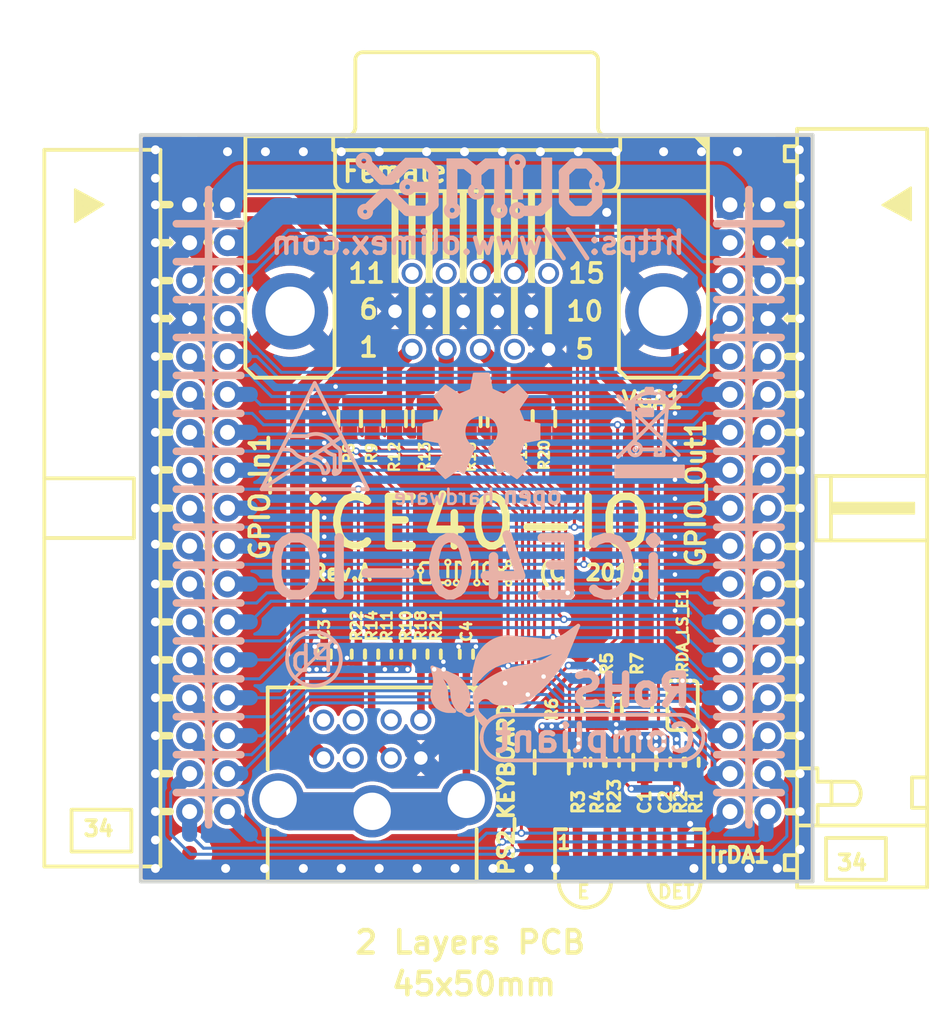
<source format=kicad_pcb>
(kicad_pcb (version 20221018) (generator pcbnew)
  (layers (0 "F.Cu" signal) (31 "B.Cu" signal) (34 "B.Paste" user) (35 "F.Paste" user) (36 "B.SilkS" user "B.Silkscreen") (37 "F.SilkS" user "F.Silkscreen") (38 "B.Mask" user) (39 "F.Mask" user) (44 "Edge.Cuts" user))
  (net 0 "")
  (net 1 "GND")
  (net 2 "+5V")
  (net 3 "+3V3")
  (net 4 "/EXTCLK")
  (net 5 "Net-(C1-Pad2)")
  (net 6 "Net-(C4-Pad2)")
  (net 7 "Net-(IrDA1-Pad1)")
  (net 8 "Net-(IrDA1-Pad2)")
  (net 9 "Net-(IrDA1-Pad5)")
  (net 10 "Net-(IRDA_LS_E1-Pad1)")
  (net 11 "Net-(PS2_KEYBOARD1-Pad1)")
  (net 12 "Net-(PS2_KEYBOARD1-Pad2)")
  (net 13 "Net-(PS2_KEYBOARD1-Pad5)")
  (net 14 "Net-(PS2_KEYBOARD1-Pad6)")
  (net 15 "Net-(PS2_KEYBOARD1-Pad7)")
  (net 16 "Net-(PS2_KEYBOARD1-Pad8)")
  (net 17 "Net-(R12-Pad2)")
  (net 18 "Net-(VGA1-Pad4)")
  (net 19 "Net-(VGA1-Pad11)")
  (net 20 "Net-(VGA1-Pad12)")
  (net 21 "Net-(VGA1-Pad15)")
  (net 22 "Net-(IrDA1-Pad4)")
  (net 23 "Net-(R13-Pad2)")
  (net 24 "Net-(R17-Pad2)")
  (net 25 "/GPIO_Pin<5>")
  (net 26 "/GPIO_Pin<7>")
  (net 27 "/GPIO_Pin<9>")
  (net 28 "/IrDA_SC")
  (net 29 "/IrDA_Rx")
  (net 30 "/GPIO_Pin<11>")
  (net 31 "/PS2_CLK")
  (net 32 "/GPIO_Pin<13>")
  (net 33 "/PS2_DATA")
  (net 34 "/GPIO_Pin<15>")
  (net 35 "/VGA_VSYNC")
  (net 36 "/GPIO_Pin<17>")
  (net 37 "/VGA_HSYNC")
  (net 38 "/GPIO_Pin<19>")
  (net 39 "/VGA_BLUE1")
  (net 40 "/GPIO_Pin<25>")
  (net 41 "/VGA_RED3")
  (net 42 "/GPIO_Pin<31>")
  (net 43 "/VGA_GREEN1")
  (net 44 "/IrDA_Tx")
  (net 45 "/VGA_RED2")
  (net 46 "/VGA_GREEN3")
  (net 47 "/VGA_GREEN2")
  (net 48 "/VGA_RED1")
  (net 49 "/VGA_BLUE3")
  (net 50 "/VGA_BLUE2")
  (net 51 "/GPIO_Pin<23>")
  (net 52 "/GPIO_Pin<21>")
  (footprint "OLIMEX_RLC-FP:C_0603_5MIL_DWS" (layer "F.Cu") (at 158.75 112.014 -90)
    (fp_text reference "C1")
    (fp_text value "22uF/6.3V")
  )
  (footprint "OLIMEX_RLC-FP:R_0402_5MIL_DWS" (layer "F.Cu") (at 161.925 112.014 -90)
    (fp_text reference "R1")
    (fp_text value "NA")
  )
  (footprint "OLIMEX_RLC-FP:R_0402_5MIL_DWS" (layer "F.Cu") (at 160.909 112.014 90)
    (fp_text reference "R2")
    (fp_text value "10k")
  )
  (footprint "OLIMEX_RLC-FP:R_0402_5MIL_DWS" (layer "F.Cu") (at 154.305 112.014 90)
    (fp_text reference "R3")
    (fp_text value "NA(10k)")
  )
  (footprint "OLIMEX_RLC-FP:R_0402_5MIL_DWS" (layer "F.Cu") (at 155.575 112.014 90)
    (fp_text reference "R4")
    (fp_text value "NA")
  )
  (footprint "OLIMEX_RLC-FP:C_0402_5MIL_DWS" (layer "F.Cu") (at 160.02 112.014 -90)
    (fp_text reference "C2")
    (fp_text value "100nF")
  )
  (footprint "OLIMEX_Connectors-FP:IDC34R_PCB" (layer "F.Cu") (at 129.54 94.996 90)
    (fp_text reference "GPIO_In1")
    (fp_text value "IDC34R")
  )
  (footprint "OLIMEX_Connectors-FP:BH34R" (layer "F.Cu") (at 165.735 94.996 -90)
    (fp_text reference "GPIO_Out1")
    (fp_text value "BH34R")
  )
  (footprint "OLIMEX_RLC-FP:C_0402_5MIL_DWS" (layer "F.Cu") (at 137.287 104.775 -90)
    (fp_text reference "C3")
    (fp_text value "100nF")
  )
  (footprint "OLIMEX_RLC-FP:R_0402_5MIL_DWS" (layer "F.Cu") (at 142.875 104.775 90)
    (fp_text reference "R10")
    (fp_text value "5.6k")
  )
  (footprint "OLIMEX_RLC-FP:R_0402_5MIL_DWS" (layer "F.Cu") (at 139.573 104.775 -90)
    (fp_text reference "R22")
    (fp_text value "10k")
  )
  (footprint "OLIMEX_RLC-FP:R_0805_5MIL_DWS" (layer "F.Cu") (at 155.575 108.204 -90)
    (fp_text reference "R5")
    (fp_text value "47R")
  )
  (footprint "OLIMEX_RLC-FP:R_1206_5MIL_DWS" (layer "F.Cu") (at 152.527 112.014 90)
    (fp_text reference "R6")
    (fp_text value "15R")
  )
  (footprint "OLIMEX_RLC-FP:R_0805_5MIL_DWS" (layer "F.Cu") (at 158.242 108.204 90)
    (fp_text reference "R7")
    (fp_text value "47R")
  )
  (footprint "OLIMEX_RLC-FP:C_0603_5MIL_DWS" (layer "F.Cu") (at 140.5 89 90)
    (fp_text reference "R9")
    (fp_text value "1k")
  )
  (footprint "OLIMEX_RLC-FP:R_0402_5MIL_DWS" (layer "F.Cu") (at 141.351 104.775 90)
    (fp_text reference "R11")
    (fp_text value "5.6k")
  )
  (footprint "OLIMEX_RLC-FP:C_0603_5MIL_DWS" (layer "F.Cu") (at 144 89 90)
    (fp_text reference "R13")
    (fp_text value "470R")
  )
  (footprint "OLIMEX_RLC-FP:R_0402_5MIL_DWS" (layer "F.Cu") (at 140.462 104.775 -90)
    (fp_text reference "R14")
    (fp_text value "200R")
  )
  (footprint "OLIMEX_RLC-FP:C_0603_5MIL_DWS" (layer "F.Cu") (at 149 89 90)
    (fp_text reference "R17")
    (fp_text value "470R")
  )
  (footprint "OLIMEX_RLC-FP:R_0402_5MIL_DWS" (layer "F.Cu") (at 143.764 104.775 -90)
    (fp_text reference "R18")
    (fp_text value "200R")
  )
  (footprint "OLIMEX_RLC-FP:C_0603_5MIL_DWS" (layer "F.Cu") (at 152 89 90)
    (fp_text reference "R20")
    (fp_text value "1.8k")
  )
  (footprint "OLIMEX_RLC-FP:C_0402_5MIL_DWS" (layer "F.Cu") (at 146.812 104.775 -90)
    (fp_text reference "C4")
    (fp_text value "10nF")
  )
  (footprint "OLIMEX_IC-FP:TFDU4100_PACK" (layer "F.Cu") (at 157.75 118 180)
    (fp_text reference "IrDA1")
    (fp_text value "TFDU4100")
  )
  (footprint "OLIMEX_Jumpers-FP:SJ" (layer "F.Cu") (at 161.29 108.204 90)
    (fp_text reference "IRDA_LS_E1")
    (fp_text value "Opened")
  )
  (footprint "OLIMEX_Connectors-FP:PS2_MDR6_MINI-DIN" (layer "F.Cu") (at 140.5 113.5)
    (fp_text reference "PS2_KEYBOARD1")
    (fp_text value "MDR6_MINI-DIN")
  )
  (footprint "OLIMEX_RLC-FP:C_0603_5MIL_DWS" (layer "F.Cu") (at 139 89 90)
    (fp_text reference "R8")
    (fp_text value "470R")
  )
  (footprint "OLIMEX_RLC-FP:C_0603_5MIL_DWS" (layer "F.Cu") (at 142 89 90)
    (fp_text reference "R12")
    (fp_text value "1.8k")
  )
  (footprint "OLIMEX_RLC-FP:C_0603_5MIL_DWS" (layer "F.Cu") (at 145.5 89 90)
    (fp_text reference "R15")
    (fp_text value "1k")
  )
  (footprint "OLIMEX_RLC-FP:C_0603_5MIL_DWS" (layer "F.Cu") (at 147 89 90)
    (fp_text reference "R16")
    (fp_text value "1.8k")
  )
  (footprint "OLIMEX_RLC-FP:C_0603_5MIL_DWS" (layer "F.Cu") (at 150.5 89 90)
    (fp_text reference "R19")
    (fp_text value "1k")
  )
  (footprint "OLIMEX_RLC-FP:R_0402_5MIL_DWS" (layer "F.Cu") (at 144.653 104.775 -90)
    (fp_text reference "R21")
    (fp_text value "10k")
  )
  (footprint "OLIMEX_Connectors-FP:VGA15-F(CD0515S21J0)" (layer "F.Cu") (at 147.5 78 180)
    (fp_text reference "VGA1")
    (fp_text value "VGA15-F(CD0515S21J0)")
  )
  (footprint "OLIMEX_Other-FP:Fiducial1x3" (layer "F.Cu") (at 128.27 118.11)
    (fp_text reference "")
    (fp_text value "")
  )
  (footprint "OLIMEX_Other-FP:Fiducial1x3" (layer "F.Cu") (at 128.27 71.755)
    (fp_text reference "")
    (fp_text value "")
  )
  (footprint "OLIMEX_Other-FP:Fiducial1x3" (layer "F.Cu") (at 167.005 71.755)
    (fp_text reference "")
    (fp_text value "")
  )
  (footprint "OLIMEX_RLC-FP:R_0402_5MIL_DWS" (layer "F.Cu") (at 156.591 112.014 90)
    (fp_text reference "R23")
    (fp_text value "NA")
  )
  (footprint "OLIMEX_LOGOs-FP:OLIMEX_LOGO_SMALL_TB" (layer "F.Cu") (at 146.685 99.314)
    (fp_text reference "")
    (fp_text value "")
  )
  (footprint "OLIMEX_LOGOs-FP:OLIMEX_LOGO_TB" (layer "B.Cu") (at 147.574 73.406 180)
    (fp_text reference "" hide)
    (fp_text value "" hide)
  )
  (footprint "OLIMEX_LOGOs-FP:LOGO_PBFREE" (layer "B.Cu") (at 136.398 105.41 180)
    (fp_text reference "")
    (fp_text value "")
  )
  (footprint "OLIMEX_LOGOs-FP:LOGO_ROHS_1" (layer "B.Cu") (at 161.671 111.252 180)
    (fp_text reference "Ref**" hide)
    (fp_text value "Val**" hide)
  )
  (footprint "OLIMEX_LOGOs-FP:LOGO_RECYCLEBIN_1" (layer "B.Cu") (at 161.417 92.964 180)
    (fp_text reference "" hide)
    (fp_text value "" hide)
  )
  (footprint "OLIMEX_LOGOs-FP:LOGO_OPENHARDWARE_8x8" (layer "B.Cu") (at 147.828 89.9795 180)
    (fp_text reference "" hide)
    (fp_text value "" hide)
  )
  (footprint "OLIMEX_LOGOs-FP:LOGO_ANTISTATIC_1" (layer "B.Cu") (at 140.208 93.726 180)
    (fp_text reference "Ref**" hide)
    (fp_text value "Val**" hide)
  )
  (gr_line (start 165.735 116.205) (end 165.735 73.66) (stroke (width 0.508)) (layer "B.SilkS"))
  (gr_line (start 127.381 111.506) (end 131.699 111.506) (stroke (width 0.508)) (layer "B.SilkS"))
  (gr_line (start 127.381 108.966) (end 131.699 108.966) (stroke (width 0.508)) (layer "B.SilkS"))
  (gr_line (start 127.381 106.426) (end 131.699 106.426) (stroke (width 0.508)) (layer "B.SilkS"))
  (gr_line (start 127.381 103.886) (end 131.699 103.886) (stroke (width 0.508)) (layer "B.SilkS"))
  (gr_line (start 127.381 101.346) (end 131.699 101.346) (stroke (width 0.508)) (layer "B.SilkS"))
  (gr_line (start 127.381 98.806) (end 131.699 98.806) (stroke (width 0.508)) (layer "B.SilkS"))
  (gr_line (start 127.381 96.266) (end 131.699 96.266) (stroke (width 0.508)) (layer "B.SilkS"))
  (gr_line (start 127.381 93.726) (end 131.699 93.726) (stroke (width 0.508)) (layer "B.SilkS"))
  (gr_line (start 127.381 91.186) (end 131.699 91.186) (stroke (width 0.508)) (layer "B.SilkS"))
  (gr_line (start 127.381 88.646) (end 131.699 88.646) (stroke (width 0.508)) (layer "B.SilkS"))
  (gr_line (start 127.381 86.106) (end 131.699 86.106) (stroke (width 0.508)) (layer "B.SilkS"))
  (gr_line (start 127.381 83.566) (end 131.699 83.566) (stroke (width 0.508)) (layer "B.SilkS"))
  (gr_line (start 127.381 81.026) (end 131.699 81.026) (stroke (width 0.508)) (layer "B.SilkS"))
  (gr_line (start 127.381 78.486) (end 131.699 78.486) (stroke (width 0.508)) (layer "B.SilkS"))
  (gr_line (start 127.381 75.946) (end 131.699 75.946) (stroke (width 0.508)) (layer "B.SilkS"))
  (gr_line (start 163.576 114.046) (end 167.894 114.046) (stroke (width 0.508)) (layer "B.SilkS"))
  (gr_line (start 163.576 111.506) (end 167.894 111.506) (stroke (width 0.508)) (layer "B.SilkS"))
  (gr_line (start 163.576 108.966) (end 167.894 108.966) (stroke (width 0.508)) (layer "B.SilkS"))
  (gr_line (start 163.576 106.426) (end 167.894 106.426) (stroke (width 0.508)) (layer "B.SilkS"))
  (gr_line (start 163.576 103.886) (end 167.894 103.886) (stroke (width 0.508)) (layer "B.SilkS"))
  (gr_line (start 163.576 101.346) (end 167.894 101.346) (stroke (width 0.508)) (layer "B.SilkS"))
  (gr_line (start 163.576 98.806) (end 167.894 98.806) (stroke (width 0.508)) (layer "B.SilkS"))
  (gr_line (start 163.576 96.266) (end 167.894 96.266) (stroke (width 0.508)) (layer "B.SilkS"))
  (gr_line (start 163.576 93.726) (end 167.894 93.726) (stroke (width 0.508)) (layer "B.SilkS"))
  (gr_line (start 163.576 91.186) (end 167.894 91.186) (stroke (width 0.508)) (layer "B.SilkS"))
  (gr_line (start 163.576 88.646) (end 167.894 88.646) (stroke (width 0.508)) (layer "B.SilkS"))
  (gr_line (start 163.576 86.106) (end 167.894 86.106) (stroke (width 0.508)) (layer "B.SilkS"))
  (gr_line (start 163.576 83.566) (end 167.894 83.566) (stroke (width 0.508)) (layer "B.SilkS"))
  (gr_line (start 163.576 81.026) (end 167.894 81.026) (stroke (width 0.508)) (layer "B.SilkS"))
  (gr_line (start 163.576 78.486) (end 167.894 78.486) (stroke (width 0.508)) (layer "B.SilkS"))
  (gr_line (start 163.576 75.946) (end 167.894 75.946) (stroke (width 0.508)) (layer "B.SilkS"))
  (gr_line (start 127.381 114.046) (end 131.699 114.046) (stroke (width 0.508)) (layer "B.SilkS"))
  (gr_line (start 129.54 116.205) (end 129.54 73.66) (stroke (width 0.508)) (layer "B.SilkS"))
  (gr_line (start 162.687 70.104) (end 162.687 70.485) (stroke (width 0.254)) (layer "F.SilkS"))
  (gr_line (start 162.56 70.485) (end 162.941 70.866) (stroke (width 0.254)) (layer "F.SilkS"))
  (gr_line (start 147.447 107.315) (end 147.193 107.061) (stroke (width 0.254)) (layer "F.SilkS"))
  (gr_line (start 162.56 70.104) (end 162.56 70.485) (stroke (width 0.254)) (layer "F.SilkS"))
  (gr_line (start 162.56 70.485) (end 162.179 70.104) (stroke (width 0.254)) (layer "F.SilkS"))
  (gr_line (start 162.56 70.485) (end 162.941 70.485) (stroke (width 0.254)) (layer "F.SilkS"))
  (gr_line (start 162.814 70.104) (end 162.814 70.485) (stroke (width 0.254)) (layer "F.SilkS"))
  (gr_line (start 170 120) (end 125 120) (stroke (width 0.254)) (layer "Edge.Cuts"))
  (gr_line (start 125 120) (end 125 70) (stroke (width 0.254)) (layer "Edge.Cuts"))
  (gr_line (start 125 70) (end 170 70) (stroke (width 0.254)) (layer "Edge.Cuts"))
  (gr_line (start 170 70) (end 170 120) (stroke (width 0.254)) (layer "Edge.Cuts"))
  (gr_text "iCE40-IO" (at 146.812 99.06) (layer "B.SilkS") (effects (font (size 3.81 3.81) (thickness 0.635)) (justify mirror)))
  (gr_text "https://www.olimex.com" (at 147.574 77.216) (layer "B.SilkS") (effects (font (size 1.5 1.5) (thickness 0.3)) (justify mirror)))
  (gr_text "iCE40-IO" (at 147.574 96.012) (layer "F.SilkS") (effects (font (size 3.302 3.302) (thickness 0.508))))
  (gr_text "Rev.A" (at 138.43 99.314) (layer "F.SilkS") (effects (font (size 1.016 1.016) (thickness 0.254))))
  (gr_text "(C) 2016" (at 155.194 99.314) (layer "F.SilkS") (effects (font (size 1.016 1.016) (thickness 0.254))))
  (gr_text "45x50mm" (at 147.32 126.873) (layer "F.SilkS") (effects (font (size 1.5 1.5) (thickness 0.3))))
  (gr_text "2 Layers PCB" (at 147.066 124.079) (layer "F.SilkS") (effects (font (size 1.5 1.5) (thickness 0.3))))
  (segment (start 161.25 116.6895) (end 161.798 116.1415) (width 0.508) (layer "F.Cu") (net 1))
  (segment (start 139.065 105.283) (end 139.573 105.283) (width 0.508) (layer "F.Cu") (net 1))
  (segment (start 152.315 82.953) (end 152.315 84.35) (width 1.524) (layer "F.Cu") (net 1))
  (segment (start 126.746 74.676) (end 125.984 75.438) (width 1.016) (layer "F.Cu") (net 1))
  (segment (start 168.402 74.676) (end 169.164 75.438) (width 1.016) (layer "F.Cu") (net 1))
  (segment (start 169.164 75.438) (end 169.164 84.836) (width 1.016) (layer "F.Cu") (net 1))
  (segment (start 125.984 84.836) (end 125.984 89.916) (width 1.016) (layer "F.Cu") (net 1))
  (segment (start 125.984 89.916) (end 125.984 94.996) (width 1.016) (layer "F.Cu") (net 1))
  (segment (start 125.984 92.456) (end 125.857 92.583) (width 0.508) (layer "F.Cu") (net 1))
  (segment (start 125.984 94.996) (end 125.984 100.076) (width 1.016) (layer "F.Cu") (net 1))
  (segment (start 125.984 100.076) (end 125.984 105.156) (width 1.016) (layer "F.Cu") (net 1))
  (segment (start 125.984 105.156) (end 125.984 110.236) (width 1.016) (layer "F.Cu") (net 1))
  (segment (start 125.984 110.236) (end 125.984 115.316) (width 1.016) (layer "F.Cu") (net 1))
  (segment (start 125.984 115.316) (end 125.984 119.126) (width 1.016) (layer "F.Cu") (net 1))
  (segment (start 169.164 84.836) (end 169.164 89.916) (width 1.016) (layer "F.Cu") (net 1))
  (segment (start 169.164 89.916) (end 169.164 94.996) (width 1.016) (layer "F.Cu") (net 1))
  (segment (start 169.164 94.996) (end 169.164 100.076) (width 1.016) (layer "F.Cu") (net 1))
  (segment (start 169.164 100.076) (end 169.164 105.156) (width 1.016) (layer "F.Cu") (net 1))
  (segment (start 169.164 105.156) (end 169.164 110.236) (width 1.016) (layer "F.Cu") (net 1))
  (segment (start 169.164 110.236) (end 169.164 115.316) (width 1.016) (layer "F.Cu") (net 1))
  (segment (start 169.164 115.316) (end 169.164 117.856) (width 1.016) (layer "F.Cu") (net 1))
  (segment (start 169.164 117.856) (end 169.164 119.126) (width 1.016) (layer "F.Cu") (net 1))
  (segment (start 160.782 82.595) (end 159.997 81.81) (width 0.508) (layer "F.Cu") (net 1))
  (segment (start 161.25 118) (end 161.25 116.6895) (width 0.508) (layer "F.Cu") (net 1))
  (segment (start 144.314 81.81) (end 146.6 81.81) (width 1.524) (layer "F.Cu") (net 1))
  (segment (start 158.504753 111.125) (end 158.496 111.116247) (width 0.508) (layer "F.Cu") (net 1))
  (segment (start 160.02 110.871) (end 159.512 110.871) (width 0.508) (layer "F.Cu") (net 1))
  (segment (start 160.782 98.044) (end 160.782 96.901) (width 0.508) (layer "F.Cu") (net 1))
  (segment (start 144.653 105.791) (end 144.653 105.283) (width 0.508) (layer "F.Cu") (net 1))
  (segment (start 160.02 111.506) (end 160.02 110.871) (width 0.508) (layer "F.Cu") (net 1))
  (segment (start 137.287 98.171) (end 137.287 96.901) (width 0.508) (layer "F.Cu") (net 1))
  (segment (start 160.782 101.854) (end 160.782 99.441) (width 0.508) (layer "F.Cu") (net 1))
  (segment (start 160.782 88.646) (end 160.782 86.614) (width 0.508) (layer "F.Cu") (net 1))
  (segment (start 137.287 91.821) (end 137.287 90.678) (width 0.508) (layer "F.Cu") (net 1))
  (segment (start 161.29 107.442) (end 160.782 106.934) (width 0.508) (layer "F.Cu") (net 1))
  (segment (start 137.287 99.441) (end 137.287 98.171) (width 0.508) (layer "F.Cu") (net 1))
  (segment (start 137.287 94.361) (end 137.287 93.091) (width 0.508) (layer "F.Cu") (net 1))
  (segment (start 137.287 104.267) (end 137.287 101.854) (width 0.508) (layer "F.Cu") (net 1))
  (segment (start 167.005 74.676) (end 167.005 77.216) (width 1.524) (layer "F.Cu") (net 1))
  (segment (start 160.782 95.504) (end 160.782 95.55081) (width 0.508) (layer "F.Cu") (net 1))
  (segment (start 137.287 104.267) (end 136.652 104.267) (width 0.508) (layer "F.Cu") (net 1))
  (segment (start 137.287 104.267) (end 138.049 104.267) (width 0.508) (layer "F.Cu") (net 1))
  (segment (start 160.782 90.678) (end 160.782 90.624809) (width 0.508) (layer "F.Cu") (net 1))
  (segment (start 158.75 111.125) (end 159.004 111.379) (width 0.508) (layer "F.Cu") (net 1))
  (segment (start 160.782 93.091) (end 160.782 91.694) (width 0.508) (layer "F.Cu") (net 1))
  (segment (start 138.049 86.741) (end 140.814089 83.975911) (width 0.508) (layer "F.Cu") (net 1))
  (segment (start 137.287 88.646) (end 137.287 87.503) (width 0.508) (layer "F.Cu") (net 1))
  (segment (start 137.287 93.091) (end 137.287 91.821) (width 0.508) (layer "F.Cu") (net 1))
  (segment (start 154.305 111.506) (end 154.305 110.998) (width 0.508) (layer "F.Cu") (net 1))
  (segment (start 160.782 94.361) (end 160.782 93.091) (width 0.508) (layer "F.Cu") (net 1))
  (segment (start 167.005 74.676) (end 168.402 74.676) (width 1.016) (layer "F.Cu") (net 1))
  (segment (start 160.02 110.363) (end 159.512 110.363) (width 0.508) (layer "F.Cu") (net 1))
  (segment (start 159.893 111.379) (end 160.02 111.506) (width 0.508) (layer "F.Cu") (net 1))
  (segment (start 159.004 111.379) (end 159.512 111.379) (width 0.508) (layer "F.Cu") (net 1))
  (segment (start 159.512 111.379) (end 159.893 111.379) (width 0.508) (layer "F.Cu") (net 1))
  (segment (start 144.653 105.283) (end 145.268264 105.283) (width 0.508) (layer "F.Cu") (net 1))
  (segment (start 160.782 86.614) (end 160.782 86.855023) (width 0.508) (layer "F.Cu") (net 1))
  (segment (start 154.305 110.998) (end 154.305 110.49) (width 0.508) (layer "F.Cu") (net 1))
  (segment (start 144.653 105.791) (end 145.288 105.791) (width 0.508) (layer "F.Cu") (net 1))
  (segment (start 140.814089 83.023911) (end 142.028 81.81) (width 0.508) (layer "F.Cu") (net 1))
  (segment (start 125.984 79.883) (end 125.984 84.836) (width 1.016) (layer "F.Cu") (net 1))
  (segment (start 137.287 90.678) (end 137.287 88.646) (width 0.508) (layer "F.Cu") (net 1))
  (segment (start 160.782 95.504) (end 160.782 94.361) (width 0.508) (layer "F.Cu") (net 1))
  (segment (start 125.984 77.216) (end 125.984 79.883) (width 1.016) (layer "F.Cu") (net 1))
  (segment (start 145.288 110.202) (end 145.288 107.823) (width 0.508) (layer "F.Cu") (net 1))
  (segment (start 158.75 111.125) (end 159.004 111.125) (width 0.508) (layer "F.Cu") (net 1))
  (segment (start 138.049 86.741) (end 138.049 86.855023) (width 0.508) (layer "F.Cu") (net 1))
  (segment (start 160.782 106.934) (end 160.782 106.553) (width 0.508) (layer "F.Cu") (net 1))
  (segment (start 160.782 86.614) (end 160.782 82.595) (width 0.508) (layer "F.Cu") (net 1))
  (segment (start 159.004 110.363) (end 158.496 110.363) (width 0.508) (layer "F.Cu") (net 1))
  (segment (start 137.287 87.503) (end 138.049 86.741) (width 0.508) (layer "F.Cu") (net 1))
  (segment (start 161.29 107.442) (end 161.29 106.553) (width 0.508) (layer "F.Cu") (net 1))
  (segment (start 144.653 107.188) (end 144.653 105.791) (width 0.508) (layer "F.Cu") (net 1))
  (segment (start 160.02 110.871) (end 160.02 110.363) (width 0.508) (layer "F.Cu") (net 1))
  (segment (start 140.814089 83.975911) (end 140.814089 83.023911) (width 0.508) (layer "F.Cu") (net 1))
  (segment (start 159.512 111.379) (end 159.512 110.871) (width 0.508) (layer "F.Cu") (net 1))
  (segment (start 151.172 81.81) (end 152.315 82.953) (width 1.524) (layer "F.Cu") (net 1))
  (segment (start 159.512 110.871) (end 159.512 110.363) (width 0.508) (layer "F.Cu") (net 1))
  (segment (start 145.288 105.791) (end 145.288 105.302736) (width 0.508) (layer "F.Cu") (net 1))
  (segment (start 158.75 111.125) (end 159.004 110.871) (width 0.508) (layer "F.Cu") (net 1))
  (segment (start 160.782 91.694) (end 160.782 90.678) (width 0.508) (layer "F.Cu") (net 1))
  (segment (start 160.782 106.553) (end 160.782 101.854) (width 0.508) (layer "F.Cu") (net 1))
  (segment (start 138.811 105.029) (end 139.065 105.283) (width 0.508) (layer "F.Cu") (net 1))
  (segment (start 146.05 104.501264) (end 146.284264 104.267) (width 0.508) (layer "F.Cu") (net 1))
  (segment (start 142.028 81.81) (end 144.314 81.81) (width 1.524) (layer "F.Cu") (net 1))
  (segment (start 145.288 107.823) (end 144.653 107.188) (width 0.508) (layer "F.Cu") (net 1))
  (segment (start 160.782 98.044) (end 160.782 98.09081) (width 0.508) (layer "F.Cu") (net 1))
  (segment (start 167.005 74.676) (end 167.005 74.549) (width 0.508) (layer "F.Cu") (net 1))
  (segment (start 137.287 90.678) (end 137.287 90.624809) (width 0.508) (layer "F.Cu") (net 1))
  (segment (start 145.288 105.302736) (end 145.268264 105.283) (width 0.508) (layer "F.Cu") (net 1))
  (segment (start 160.782 96.901) (end 160.782 95.504) (width 0.508) (layer "F.Cu") (net 1))
  (segment (start 161.29 107.442) (end 161.798 106.934) (width 0.508) (layer "F.Cu") (net 1))
  (segment (start 128.27 74.676) (end 126.746 74.676) (width 1.016) (layer "F.Cu") (net 1))
  (segment (start 158.75 111.125) (end 158.504753 111.125) (width 0.508) (layer "F.Cu") (net 1))
  (segment (start 137.287 96.901) (end 137.287 95.631) (width 0.508) (layer "F.Cu") (net 1))
  (segment (start 159.004 110.871) (end 159.512 110.871) (width 0.508) (layer "F.Cu") (net 1))
  (segment (start 145.268264 105.283) (end 146.05 104.501264) (width 0.508) (layer "F.Cu") (net 1))
  (segment (start 146.284264 104.267) (end 146.812 104.267) (width 0.508) (layer "F.Cu") (net 1))
  (segment (start 125.984 75.438) (end 125.984 77.216) (width 1.016) (layer "F.Cu") (net 1))
  (segment (start 128.27 74.676) (end 128.27 77.216) (width 1.524) (layer "F.Cu") (net 1))
  (segment (start 146.812 104.267) (end 147.447 104.267) (width 0.508) (layer "F.Cu") (net 1))
  (segment (start 146.6 81.81) (end 148.886 81.81) (width 1.524) (layer "F.Cu") (net 1))
  (segment (start 160.782 90.678) (end 160.782 88.646) (width 0.508) (layer "F.Cu") (net 1))
  (segment (start 160.782 91.694) (end 160.782 91.734429) (width 0.508) (layer "F.Cu") (net 1))
  (segment (start 158.496 111.116247) (end 158.496 110.363) (width 0.508) (layer "F.Cu") (net 1))
  (segment (start 138.049 104.267) (end 138.811 105.029) (width 0.508) (layer "F.Cu") (net 1))
  (segment (start 159.004 111.125) (end 159.004 110.363) (width 0.508) (layer "F.Cu") (net 1))
  (segment (start 148.886 81.81) (end 151.172 81.81) (width 1.524) (layer "F.Cu") (net 1))
  (segment (start 137.287 101.854) (end 137.287 99.441) (width 0.508) (layer "F.Cu") (net 1))
  (segment (start 160.02 81.787) (end 159.997 81.81) (width 0.508) (layer "F.Cu") (net 1))
  (segment (start 160.782 99.441) (end 160.782 98.044) (width 0.508) (layer "F.Cu") (net 1))
  (segment (start 159.512 110.363) (end 159.004 110.363) (width 0.508) (layer "F.Cu") (net 1))
  (segment (start 137.287 95.631) (end 137.287 94.361) (width 0.508) (layer "F.Cu") (net 1))
  (segment (start 161.798 106.934) (end 161.798 106.553) (width 0.508) (layer "F.Cu") (net 1))
  (segment (start 143.76 111.73) (end 145.288 110.202) (width 0.508) (layer "F.Cu") (net 1))
  (segment (start 161.798 106.553) (end 160.782 106.553) (width 0.508) (layer "F.Cu") (net 1))
  (via (at 125.984 100.076) (size 1) (drill 0.6) (layers "F.Cu" "B.Cu") (net 1))
  (via (at 125.984 105.156) (size 1) (drill 0.6) (layers "F.Cu" "B.Cu") (net 1))
  (via (at 160.782 99.441) (size 0.5) (drill 0.3) (layers "F.Cu" "B.Cu") (net 1))
  (via (at 138.049 86.855023) (size 0.5) (drill 0.3) (layers "F.Cu" "B.Cu") (net 1))
  (via (at 146.05 119.126) (size 1) (drill 0.6) (layers "F.Cu" "B.Cu") (net 1))
  (via (at 133.35 71.12) (size 1) (drill 0.6) (layers "F.Cu" "B.Cu") (net 1))
  (via (at 143.51 119.126) (size 1) (drill 0.6) (layers "F.Cu" "B.Cu") (net 1))
  (via (at 125.984 72.898) (size 1) (drill 0.6) (layers "F.Cu" "B.Cu") (net 1))
  (via (at 151.765 71.12) (size 1) (drill 0.6) (layers "F.Cu" "B.Cu") (net 1))
  (via (at 137.287 93.091) (size 0.5) (drill 0.3) (layers "F.Cu" "B.Cu") (net 1))
  (via (at 151.003 119.126) (size 1) (drill 0.6) (layers "F.Cu" "B.Cu") (net 1))
  (via (at 125.984 117.221) (size 1) (drill 0.6) (layers "F.Cu" "B.Cu") (net 1))
  (via (at 125.984 119.126) (size 1) (drill 0.6) (layers "F.Cu" "B.Cu") (net 1))
  (via (at 169.164 72.898) (size 1) (drill 0.6) (layers "F.Cu" "B.Cu") (net 1))
  (via (at 169.164 92.456) (size 1) (drill 0.6) (layers "F.Cu" "B.Cu") (net 1))
  (via (at 169.164 100.076) (size 1) (drill 0.6) (layers "F.Cu" "B.Cu") (net 1))
  (via (at 169.164 82.296) (size 1) (drill 0.6) (layers "F.Cu" "B.Cu") (net 1))
  (via (at 160.782 90.624809) (size 0.5) (drill 0.3) (layers "F.Cu" "B.Cu") (net 1))
  (via (at 137.287 99.441) (size 0.5) (drill 0.3) (layers "F.Cu" "B.Cu") (net 1))
  (via (at 125.984 102.616) (size 1) (drill 0.6) (layers "F.Cu" "B.Cu") (net 1))
  (via (at 169.164 79.756) (size 1) (drill 0.6) (layers "F.Cu" "B.Cu") (net 1))
  (via (at 169.164 84.836) (size 1) (drill 0.6) (layers "F.Cu" "B.Cu") (net 1))
  (via (at 154.305 110.998) (size 0.5) (drill 0.3) (layers "F.Cu" "B.Cu") (net 1))
  (via (at 125.984 89.916) (size 1) (drill 0.6) (layers "F.Cu" "B.Cu") (net 1))
  (via (at 138.43 119.126) (size 1) (drill 0.6) (layers "F.Cu" "B.Cu") (net 1))
  (via (at 149.225 71.12) (size 1) (drill 0.6) (layers "F.Cu" "B.Cu") (net 1))
  (via (at 161.29 106.553) (size 0.5) (drill 0.3) (layers "F.Cu" "B.Cu") (net 1))
  (via (at 138.049 104.267) (size 0.5) (drill 0.3) (layers "F.Cu" "B.Cu") (net 1))
  (via (at 169.164 94.996) (size 1) (drill 0.6) (layers "F.Cu" "B.Cu") (net 1))
  (via (at 138.811 105.029) (size 0.5) (drill 0.3) (layers "F.Cu" "B.Cu") (net 1))
  (via (at 125.984 112.776) (size 1) (drill 0.6) (layers "F.Cu" "B.Cu") (net 1))
  (via (at 160.782 88.646) (size 0.5) (drill 0.3) (layers "F.Cu" "B.Cu") (net 1))
  (via (at 159.512 110.363) (size 0.5) (drill 0.3) (layers "F.Cu" "B.Cu") (net 1))
  (via (at 160.02 110.363) (size 0.5) (drill 0.3) (layers "F.Cu" "B.Cu") (net 1))
  (via (at 169.10543 70.993) (size 1) (drill 0.6) (layers "F.Cu" "B.Cu") (net 1))
  (via (at 145.268264 105.283) (size 0.5) (drill 0.3) (layers "F.Cu" "B.Cu") (net 1))
  (via (at 169.164 115.316) (size 1) (drill 0.6) (layers "F.Cu" "B.Cu") (net 1))
  (via (at 140.97 119.126) (size 1) (drill 0.6) (layers "F.Cu" "B.Cu") (net 1))
  (via (at 169.164 74.67347) (size 1) (drill 0.6) (layers "F.Cu" "B.Cu") (net 1))
  (via (at 137.287 96.901) (size 0.5) (drill 0.3) (layers "F.Cu" "B.Cu") (net 1))
  (via (at 163.957 119.126) (size 1) (drill 0.6) (layers "F.Cu" "B.Cu") (net 1))
  (via (at 169.164 112.776) (size 1) (drill 0.6) (layers "F.Cu" "B.Cu") (net 1))
  (via (at 125.984 77.216) (size 1) (drill 0.6) (layers "F.Cu" "B.Cu") (net 1))
  (via (at 140.97 71.12) (size 1) (drill 0.6) (layers "F.Cu" "B.Cu") (net 1))
  (via (at 169.164 77.216) (size 1) (drill 0.6) (layers "F.Cu" "B.Cu") (net 1))
  (via (at 138.43 71.12) (size 1) (drill 0.6) (layers "F.Cu" "B.Cu") (net 1))
  (via (at 145.288 105.791) (size 0.5) (drill 0.3) (layers "F.Cu" "B.Cu") (net 1))
  (via (at 125.984 87.376) (size 1) (drill 0.6) (layers "F.Cu" "B.Cu") (net 1))
  (via (at 160.02 71.12) (size 1) (drill 0.6) (layers "F.Cu" "B.Cu") (net 1))
  (via (at 169.164 89.916) (size 1) (drill 0.6) (layers "F.Cu" "B.Cu") (net 1))
  (via (at 162.56 71.12) (size 1) (drill 0.6) (layers "F.Cu" "B.Cu") (net 1))
  (via (at 160.782 86.855023) (size 0.5) (drill 0.3) (layers "F.Cu" "B.Cu") (net 1))
  (via (at 125.984 79.883) (size 1) (drill 0.6) (layers "F.Cu" "B.Cu") (net 1))
  (via (at 169.164 105.156) (size 1) (drill 0.6) (layers "F.Cu" "B.Cu") (net 1))
  (via (at 165.735 119.126) (size 1) (drill 0.6) (layers "F.Cu" "B.Cu") (net 1))
  (via (at 125.984 97.409) (size 1) (drill 0.6) (layers "F.Cu" "B.Cu") (net 1))
  (via (at 137.287 91.821) (size 0.5) (drill 0.3) (layers "F.Cu" "B.Cu") (net 1))
  (via (at 156.845 71.12) (size 1) (drill 0.6) (layers "F.Cu" "B.Cu") (net 1))
  (via (at 137.287 95.631) (size 0.5) (drill 0.3) (layers "F.Cu" "B.Cu") (net 1))
  (via (at 144.653 105.791) (size 0.5) (drill 0.3) (layers "F.Cu" "B.Cu") (net 1))
  (via (at 160.02 110.871) (size 0.5) (drill 0.3) (layers "F.Cu" "B.Cu") (net 1))
  (via (at 125.984 74.676) (size 1) (drill 0.6) (layers "F.Cu" "B.Cu") (net 1))
  (via (at 160.782 95.55081) (size 0.5) (drill 0.3) (layers "F.Cu" "B.Cu") (net 1))
  (via (at 125.984 84.836) (size 1) (drill 0.6) (layers "F.Cu" "B.Cu") (net 1))
  (via (at 130.683 119.126) (size 1) (drill 0.6) (layers "F.Cu" "B.Cu") (net 1))
  (via (at 135.89 71.12) (size 1) (drill 0.6) (layers "F.Cu" "B.Cu") (net 1))
  (via (at 160.782 96.901) (size 0.5) (drill 0.3) (layers "F.Cu" "B.Cu") (net 1))
  (via (at 146.284264 104.267) (size 0.5) (drill 0.3) (layers "F.Cu" "B.Cu") (net 1))
  (via (at 144.145 71.12) (size 1) (drill 0.6) (layers "F.Cu" "B.Cu") (net 1))
  (via (at 160.782 101.854) (size 0.5) (drill 0.3) (layers "F.Cu" "B.Cu") (net 1))
  (via (at 167.64 119.126) (size 1) (drill 0.6) (layers "F.Cu" "B.Cu") (net 1))
  (via (at 169.164 107.696) (size 1) (drill 0.6) (layers "F.Cu" "B.Cu") (net 1))
  (via (at 137.287 90.624809) (size 0.5) (drill 0.3) (layers "F.Cu" "B.Cu") (net 1))
  (via (at 130.81 71.12) (size 1) (drill 0.6) (layers "F.Cu" "B.Cu") (net 1))
  (via (at 161.798 116.1415) (size 0.6) (drill 0.4) (layers "F.Cu" "B.Cu") (net 1))
  (via (at 158.496 110.363) (size 0.5) (drill 0.3) (layers "F.Cu" "B.Cu") (net 1))
  (via (at 169.164 102.616) (size 1) (drill 0.6) (layers "F.Cu" "B.Cu") (net 1))
  (via (at 162.052 119.126) (size 1) (drill 0.6) (layers "F.Cu" "B.Cu") (net 1))
  (via (at 160.782 94.361) (size 0.5) (drill 0.3) (layers "F.Cu" "B.Cu") (net 1))
  (via (at 161.798 106.553) (size 0.5) (drill 0.3) (layers "F.Cu" "B.Cu") (net 1))
  (via (at 169.164 87.376) (size 1) (drill 0.6) (layers "F.Cu" "B.Cu") (net 1))
  (via (at 169.164 110.236) (size 1) (drill 0.6) (layers "F.Cu" "B.Cu") (net 1))
  (via (at 137.287 98.171) (size 0.5) (drill 0.3) (layers "F.Cu" "B.Cu") (net 1))
  (via (at 125.984 70.993) (size 1) (drill 0.6) (layers "F.Cu" "B.Cu") (net 1))
  (via (at 125.984 92.456) (size 1) (drill 0.6) (layers "F.Cu" "B.Cu") (net 1))
  (via (at 154.305 110.49) (size 0.5) (drill 0.3) (layers "F.Cu" "B.Cu") (net 1))
  (via (at 160.782 91.734429) (size 0.5) (drill 0.3) (layers "F.Cu" "B.Cu") (net 1))
  (via (at 125.984 82.296) (size 1) (drill 0.6) (layers "F.Cu" "B.Cu") (net 1))
  (via (at 164.973 71.12) (size 1) (drill 0.6) (layers "F.Cu" "B.Cu") (net 1))
  (via (at 137.287 88.646) (size 0.5) (drill 0.3) (layers "F.Cu" "B.Cu") (net 1))
  (via (at 160.782 98.09081) (size 0.5) (drill 0.3) (layers "F.Cu" "B.Cu") (net 1))
  (via (at 169.164 117.856) (size 1) (drill 0.6) (layers "F.Cu" "B.Cu") (net 1))
  (via (at 125.984 107.696) (size 1) (drill 0.6) (layers "F.Cu" "B.Cu") (net 1))
  (via (at 133.295106 119.126) (size 1) (drill 0.6) (layers "F.Cu" "B.Cu") (net 1))
  (via (at 160.782 106.553) (size 0.5) (drill 0.3) (layers "F.Cu" "B.Cu") (net 1))
  (via (at 137.287 94.361) (size 0.5) (drill 0.3) (layers "F.Cu" "B.Cu") (net 1))
  (via (at 159.004 110.363) (size 0.5) (drill 0.3) (layers "F.Cu" "B.Cu") (net 1))
  (via (at 135.89 119.126) (size 1) (drill 0.6) (layers "F.Cu" "B.Cu") (net 1))
  (via (at 125.984 115.316) (size 1) (drill 0.6) (layers "F.Cu" "B.Cu") (net 1))
  (via (at 147.447 104.267) (size 0.5) (drill 0.3) (layers "F.Cu" "B.Cu") (net 1))
  (via (at 136.652 104.267) (size 0.5) (drill 0.3) (layers "F.Cu" "B.Cu") (net 1))
  (via (at 159.512 111.379) (size 0.5) (drill 0.3) (layers "F.Cu" "B.Cu") (net 1))
  (via (at 125.984 110.236) (size 1) (drill 0.6) (layers "F.Cu" "B.Cu") (net 1))
  (via (at 169.164 97.536) (size 1) (drill 0.6) (layers "F.Cu" "B.Cu") (net 1))
  (via (at 146.685 71.12) (size 1) (drill 0.6) (layers "F.Cu" "B.Cu") (net 1))
  (via (at 148.59 119.126) (size 1) (drill 0.6) (layers "F.Cu" "B.Cu") (net 1))
  (via (at 159.512 110.871) (size 0.5) (drill 0.3) (layers "F.Cu" "B.Cu") (net 1))
  (via (at 152.781 119.126) (size 1) (drill 0.6) (layers "F.Cu" "B.Cu") (net 1))
  (via (at 154.305 71.12) (size 1) (drill 0.6) (layers "F.Cu" "B.Cu") (net 1))
  (via (at 160.782 93.091) (size 0.5) (drill 0.3) (layers "F.Cu" "B.Cu") (net 1))
  (via (at 125.984 94.996) (size 1) (drill 0.6) (layers "F.Cu" "B.Cu") (net 1))
  (via (at 137.287 101.854) (size 0.5) (drill 0.3) (layers "F.Cu" "B.Cu") (net 1))
  (segment (start 152.315 82.953) (end 152.315 84.35) (width 1.524) (layer "B.Cu") (net 1))
  (segment (start 125.984 82.296) (end 125.984 87.376) (width 1.016) (layer "B.Cu") (net 1))
  (segment (start 125.984 87.376) (end 125.984 92.456) (width 1.016) (layer "B.Cu") (net 1))
  (segment (start 125.984 92.456) (end 125.984 97.409) (width 1.016) (layer "B.Cu") (net 1))
  (segment (start 125.984 97.409) (end 125.984 102.616) (width 1.016) (layer "B.Cu") (net 1))
  (segment (start 125.984 102.616) (end 125.984 107.696) (width 1.016) (layer "B.Cu") (net 1))
  (segment (start 125.984 107.696) (end 125.984 112.776) (width 1.016) (layer "B.Cu") (net 1))
  (segment (start 125.984 112.776) (end 125.984 117.221) (width 1.016) (layer "B.Cu") (net 1))
  (segment (start 169.164 87.376) (end 169.164 82.296) (width 1.016) (layer "B.Cu") (net 1))
  (segment (start 169.164 92.456) (end 169.164 87.376) (width 1.016) (layer "B.Cu") (net 1))
  (segment (start 169.164 97.536) (end 169.164 92.456) (width 1.016) (layer "B.Cu") (net 1))
  (segment (start 169.164 102.616) (end 169.164 97.536) (width 1.016) (layer "B.Cu") (net 1))
  (segment (start 169.164 107.696) (end 169.164 102.616) (width 1.016) (layer "B.Cu") (net 1))
  (segment (start 169.164 112.776) (end 169.164 107.696) (width 1.016) (layer "B.Cu") (net 1))
  (segment (start 125.984 117.221) (end 125.984 119.126) (width 1.016) (layer "B.Cu") (net 1))
  (segment (start 146.05 119.126) (end 148.59 119.126) (width 1.016) (layer "B.Cu") (net 1))
  (segment (start 167.64 119.126) (end 165.735 119.126) (width 1.016) (layer "B.Cu") (net 1))
  (segment (start 167.005 71.12) (end 167.005 74.676) (width 1.27) (layer "B.Cu") (net 1))
  (segment (start 142.028 81.81) (end 144.314 81.81) (width 1.524) (layer "B.Cu") (net 1))
  (segment (start 135.89 119.126) (end 138.43 119.126) (width 1.016) (layer "B.Cu") (net 1))
  (segment (start 169.164 74.67347) (end 169.164 77.216) (width 1.016) (layer "B.Cu") (net 1))
  (segment (start 167.132 70.993) (end 167.005 71.12) (width 1.016) (layer "B.Cu") (net 1))
  (segment (start 151.765 71.12) (end 154.305 71.12) (width 1.27) (layer "B.Cu") (net 1))
  (segment (start 125.984 74.676) (end 125.984 72.898) (width 1.016) (layer "B.Cu") (net 1))
  (segment (start 148.886 81.81) (end 151.172 81.81) (width 1.524) (layer "B.Cu") (net 1))
  (segment (start 169.164 119.126) (end 169.164 112.776) (width 1.016) (layer "B.Cu") (net 1))
  (segment (start 163.957 119.126) (end 162.052 119.126) (width 1.016) (layer "B.Cu") (net 1))
  (segment (start 130.683 119.126) (end 132.588 119.126) (width 1.016) (layer "B.Cu") (net 1))
  (segment (start 151.172 81.81) (end 152.315 82.953) (width 1.524) (layer "B.Cu") (net 1))
  (segment (start 169.10625 70.99218) (end 169.10543 70.993) (width 1.016) (layer "B.Cu") (net 1))
  (segment (start 167.005 77.216) (end 167.005 74.676) (width 1.524) (layer "B.Cu") (net 1))
  (segment (start 128.27 74.676) (end 128.27 77.216) (width 1.524) (layer "B.Cu") (net 1))
  (segment (start 162.56 71.12) (end 164.973 71.12) (width 1.27) (layer "B.Cu") (net 1))
  (segment (start 169.10543 70.993) (end 167.132 70.993) (width 1.016) (layer "B.Cu") (net 1))
  (segment (start 128.27 74.676) (end 125.984 74.676) (width 1.016) (layer "B.Cu") (net 1))
  (segment (start 125.984 119.126) (end 129.921 119.126) (width 1.016) (layer "B.Cu") (net 1))
  (segment (start 162.052 119.126) (end 152.781 119.126) (width 1.016) (layer "B.Cu") (net 1))
  (segment (start 140.97 119.126) (end 143.51 119.126) (width 1.016) (layer "B.Cu") (net 1))
  (segment (start 169.164 77.216) (end 169.164 79.756) (width 1.016) (layer "B.Cu") (net 1))
  (segment (start 169.164 72.898) (end 169.164 71.04993) (width 1.016) (layer "B.Cu") (net 1))
  (segment (start 125.984 72.898) (end 125.984 70.993) (width 1.016) (layer "B.Cu") (net 1))
  (segment (start 169.16147 74.676) (end 169.164 74.67347) (width 1.016) (layer "B.Cu") (net 1))
  (segment (start 138.43 71.12) (end 140.97 71.12) (width 1.27) (layer "B.Cu") (net 1))
  (segment (start 138.43 119.126) (end 140.97 119.126) (width 1.016) (layer "B.Cu") (net 1))
  (segment (start 144.145 71.12) (end 146.685 71.12) (width 1.27) (layer "B.Cu") (net 1))
  (segment (start 169.164 119.126) (end 167.64 119.126) (width 1.016) (layer "B.Cu") (net 1))
  (segment (start 129.921 119.126) (end 130.683 119.126) (width 1.016) (layer "B.Cu") (net 1))
  (segment (start 133.35 71.12) (end 135.89 71.12) (width 1.27) (layer "B.Cu") (net 1))
  (segment (start 169.164 79.756) (end 169.164 82.296) (width 1.016) (layer "B.Cu") (net 1))
  (segment (start 169.164 74.67347) (end 169.164 72.898) (width 1.016) (layer "B.Cu") (net 1))
  (segment (start 146.6 81.81) (end 148.886 81.81) (width 1.524) (layer "B.Cu") (net 1))
  (segment (start 160.02 71.12) (end 162.56 71.12) (width 1.27) (layer "B.Cu") (net 1))
  (segment (start 128.27 74.676) (end 128.27 71.144954) (width 1.27) (layer "B.Cu") (net 1))
  (segment (start 128.27 71.144954) (end 128.294954 71.12) (width 1.27) (layer "B.Cu") (net 1))
  (segment (start 164.973 71.12) (end 167.005 71.12) (width 1.27) (layer "B.Cu") (net 1))
  (segment (start 167.005 82.296) (end 167.005 82.169) (width 0.508) (layer "B.Cu") (net 1))
  (segment (start 152.781 119.126) (end 151.003 119.126) (width 1.016) (layer "B.Cu") (net 1))
  (segment (start 135.89 71.12) (end 138.43 71.12) (width 1.27) (layer "B.Cu") (net 1))
  (segment (start 169.164 71.04993) (end 169.10625 70.99218) (width 1.016) (layer "B.Cu") (net 1))
  (segment (start 165.735 119.126) (end 163.957 119.126) (width 1.016) (layer "B.Cu") (net 1))
  (segment (start 144.314 81.81) (end 146.6 81.81) (width 1.524) (layer "B.Cu") (net 1))
  (segment (start 125.984 70.993) (end 128.167954 70.993) (width 1.016) (layer "B.Cu") (net 1))
  (segment (start 146.685 71.12) (end 149.225 71.12) (width 1.27) (layer "B.Cu") (net 1))
  (segment (start 154.305 71.12) (end 156.845 71.12) (width 1.27) (layer "B.Cu") (net 1))
  (segment (start 156.845 71.12) (end 160.02 71.12) (width 1.27) (layer "B.Cu") (net 1))
  (segment (start 133.295106 119.126) (end 135.89 119.126) (width 1.016) (layer "B.Cu") (net 1))
  (segment (start 132.588 119.126) (end 133.295106 119.126) (width 1.016) (layer "B.Cu") (net 1))
  (segment (start 140.97 71.12) (end 144.145 71.12) (width 1.27) (layer "B.Cu") (net 1))
  (segment (start 128.167954 70.993) (end 128.294954 71.12) (width 1.016) (layer "B.Cu") (net 1))
  (segment (start 148.59 119.126) (end 151.003 119.126) (width 1.016) (layer "B.Cu") (net 1))
  (segment (start 128.294954 71.12) (end 130.81 71.12) (width 1.27) (layer "B.Cu") (net 1))
  (segment (start 130.81 71.12) (end 133.35 71.12) (width 1.27) (layer "B.Cu") (net 1))
  (segment (start 167.005 74.676) (end 167.005 74.549) (width 0.508) (layer "B.Cu") (net 1))
  (segment (start 167.005 74.676) (end 169.16147 74.676) (width 1.016) (layer "B.Cu") (net 1))
  (segment (start 143.51 119.126) (end 146.05 119.126) (width 1.016) (layer "B.Cu") (net 1))
  (segment (start 125.984 74.676) (end 125.984 82.296) (width 1.016) (layer "B.Cu") (net 1))
  (segment (start 149.225 71.12) (end 151.765 71.12) (width 1.27) (layer "B.Cu") (net 1))
  (segment (start 142.24 105.283) (end 142.875 105.283) (width 0.508) (layer "F.Cu") (net 2))
  (segment (start 136.398 105.283) (end 135.509 105.283) (width 0.508) (layer "F.Cu") (net 2))
  (segment (start 136.779 105.791) (end 136.28231 105.80231) (width 0.508) (layer "F.Cu") (net 2))
  (segment (start 135.52031 105.80231) (end 135.509 105.791) (width 0.508) (layer "F.Cu") (net 2))
  (segment (start 136.779 105.283) (end 136.398 105.283) (width 0.508) (layer "F.Cu") (net 2))
  (segment (start 142.113 105.31406) (end 142.081476 105.282536) (width 0.508) (layer "F.Cu") (net 2))
  (segment (start 137.287 105.283) (end 136.779 105.283) (width 0.508) (layer "F.Cu") (net 2))
  (segment (start 137.287 105.791) (end 136.779 105.791) (width 0.508) (layer "F.Cu") (net 2))
  (segment (start 136.28231 105.39869) (end 136.398 105.283) (width 0.508) (layer "F.Cu") (net 2))
  (segment (start 136.28231 105.80231) (end 135.52031 105.80231) (width 0.508) (layer "F.Cu") (net 2))
  (segment (start 141.351 105.791) (end 142.875 105.791) (width 0.508) (layer "F.Cu") (net 2))
  (segment (start 136.28231 105.80231) (end 136.28231 105.39869) (width 0.508) (layer "F.Cu") (net 2))
  (segment (start 139.305233 79.107233) (end 134.874 74.676) (width 1.016) (layer "F.Cu") (net 2))
  (segment (start 137.24 111.73) (end 135.509 109.999) (width 1.016) (layer "F.Cu") (net 2))
  (segment (start 142.113 105.791) (end 142.113 105.31406) (width 0.508) (layer "F.Cu") (net 2))
  (segment (start 134.874 74.676) (end 130.81 74.676) (width 1.016) (layer "F.Cu") (net 2))
  (segment (start 141.351 105.283) (end 142.24 105.283) (width 0.508) (layer "F.Cu") (net 2))
  (segment (start 135.509 87.376) (end 139.305233 83.579767) (width 1.016) (layer "F.Cu") (net 2))
  (segment (start 135.509 109.999) (end 135.509 105.791) (width 1.016) (layer "F.Cu") (net 2))
  (segment (start 142.875 105.283) (end 142.875 105.791) (width 0.508) (layer "F.Cu") (net 2))
  (segment (start 141.351 105.283) (end 141.351 105.791) (width 0.508) (layer "F.Cu") (net 2))
  (segment (start 136.779 105.791) (end 136.779 105.283) (width 0.508) (layer "F.Cu") (net 2))
  (segment (start 136.28231 105.80231) (end 136.271 105.791) (width 0.508) (layer "F.Cu") (net 2))
  (segment (start 135.509 105.791) (end 135.509 105.283) (width 1.016) (layer "F.Cu") (net 2))
  (segment (start 142.239536 105.282536) (end 142.24 105.283) (width 0.508) (layer "F.Cu") (net 2))
  (segment (start 135.509 105.283) (end 135.509 87.376) (width 1.016) (layer "F.Cu") (net 2))
  (segment (start 137.287 105.791) (end 137.287 105.283) (width 0.508) (layer "F.Cu") (net 2))
  (segment (start 142.081476 105.282536) (end 142.239536 105.282536) (width 0.508) (layer "F.Cu") (net 2))
  (segment (start 139.305233 83.579767) (end 139.305233 79.107233) (width 1.016) (layer "F.Cu") (net 2))
  (via (at 136.28231 105.80231) (size 0.5) (drill 0.3) (layers "F.Cu" "B.Cu") (net 2))
  (via (at 141.351 105.791) (size 0.5) (drill 0.3) (layers "F.Cu" "B.Cu") (net 2))
  (via (at 136.779 105.791) (size 0.5) (drill 0.3) (layers "F.Cu" "B.Cu") (net 2))
  (via (at 142.875 105.791) (size 0.5) (drill 0.3) (layers "F.Cu" "B.Cu") (net 2))
  (via (at 137.287 105.791) (size 0.5) (drill 0.3) (layers "F.Cu" "B.Cu") (net 2))
  (via (at 142.113 105.791) (size 0.5) (drill 0.3) (layers "F.Cu" "B.Cu") (net 2))
  (segment (start 136.779 105.791) (end 136.299276 105.791) (width 0.508) (layer "B.Cu") (net 2))
  (segment (start 141.224 105.791) (end 137.287 105.791) (width 0.508) (layer "B.Cu") (net 2))
  (segment (start 130.790556 74.656556) (end 130.790556 73.971298) (width 2.032) (layer "B.Cu") (net 2))
  (segment (start 142.875 105.791) (end 142.113 105.791) (width 0.508) (layer "B.Cu") (net 2))
  (segment (start 163.716928 73.006688) (end 164.470377 73.760137) (width 2.032) (layer "B.Cu") (net 2))
  (segment (start 136.299276 105.791) (end 136.285138 105.805138) (width 0.508) (layer "B.Cu") (net 2))
  (segment (start 136.779 105.791) (end 137.287 105.791) (width 0.508) (layer "B.Cu") (net 2))
  (segment (start 164.470377 74.670623) (end 164.465 74.676) (width 2.032) (layer "B.Cu") (net 2))
  (segment (start 130.81 74.676) (end 130.790556 74.656556) (width 2.032) (layer "B.Cu") (net 2))
  (segment (start 131.755166 73.006688) (end 163.716928 73.006688) (width 2.032) (layer "B.Cu") (net 2))
  (segment (start 141.351 105.791) (end 142.113 105.791) (width 0.508) (layer "B.Cu") (net 2))
  (segment (start 164.470377 73.760137) (end 164.470377 74.670623) (width 2.032) (layer "B.Cu") (net 2))
  (segment (start 130.790556 73.971298) (end 131.755166 73.006688) (width 2.032) (layer "B.Cu") (net 2))
  (segment (start 141.351 105.791) (end 141.224 105.791) (width 0.508) (layer "B.Cu") (net 2))
  (segment (start 151.892 110.624224) (end 151.892 109.601) (width 0.508) (layer "F.Cu") (net 3))
  (segment (start 155.575 111.506) (end 155.575 111.029535) (width 0.508) (layer "F.Cu") (net 3))
  (segment (start 158.75 106.68) (end 158.75 106.299) (width 0.508) (layer "F.Cu") (net 3))
  (segment (start 158.848742 88.675853) (end 156.21 86.037111) (width 1.016) (layer "F.Cu") (net 3))
  (segment (start 156.845 108.397038) (end 156.845 109.120447) (width 0.508) (layer "F.Cu") (net 3))
  (segment (start 160.903047 111.500047) (end 160.903047 111.337761) (width 0.508) (layer "F.Cu") (net 3))
  (segment (start 155.575 111.029535) (end 155.987535 110.617) (width 0.508) (layer "F.Cu") (net 3))
  (segment (start 158.054038 107.188) (end 156.845 108.397038) (width 0.508) (layer "F.Cu") (net 3))
  (segment (start 158.242 107.188) (end 158.054038 107.188) (width 0.508) (layer "F.Cu") (net 3))
  (segment (start 152.527 110.617) (end 153.162 110.617) (width 0.508) (layer "F.Cu") (net 3))
  (segment (start 158.242 107.188) (end 158.242 106.299) (width 0.508) (layer "F.Cu") (net 3))
  (segment (start 158.242 107.188) (end 157.996776 106.942776) (width 0.508) (layer "F.Cu") (net 3))
  (segment (start 158.848742 105.692258) (end 158.848742 88.675853) (width 1.016) (layer "F.Cu") (net 3))
  (segment (start 160.909 111.506) (end 160.903047 111.500047) (width 0.508) (layer "F.Cu") (net 3))
  (segment (start 157.996776 106.942776) (end 157.996776 106.229719) (width 0.508) (layer "F.Cu") (net 3))
  (segment (start 152.527 110.617) (end 152.527 109.601) (width 0.508) (layer "F.Cu") (net 3))
  (segment (start 152.527 110.617) (end 152.516983 110.627017) (width 0.508) (layer "F.Cu") (net 3))
  (segment (start 156.55919 110.617) (end 156.845 110.33119) (width 0.508) (layer "F.Cu") (net 3))
  (segment (start 152.516983 110.627017) (end 151.889207 110.627017) (width 0.508) (layer "F.Cu") (net 3))
  (segment (start 160.903047 111.337761) (end 160.903047 110.984208) (width 0.508) (layer "F.Cu") (net 3))
  (segment (start 152.527 110.617) (end 152.019 110.109) (width 0.508) (layer "F.Cu") (net 3))
  (segment (start 156.845 109.474) (end 156.845 109.982) (width 0.508) (layer "F.Cu") (net 3))
  (segment (start 158.242 107.188) (end 158.75 106.68) (width 0.508) (layer "F.Cu") (net 3))
  (segment (start 156.845 110.33119) (end 156.845 109.982) (width 0.508) (layer "F.Cu") (net 3))
  (segment (start 153.162 110.617) (end 153.162 109.601) (width 0.508) (layer "F.Cu") (net 3))
  (segment (start 156.21 86.037111) (end 156.21 77.47) (width 1.016) (layer "F.Cu") (net 3))
  (segment (start 156.21 77.47) (end 156.21 75.184) (width 1.016) (layer "F.Cu") (net 3))
  (segment (start 151.889207 110.627017) (end 151.892 110.624224) (width 0.508) (layer "F.Cu") (net 3))
  (segment (start 156.845 109.120447) (end 156.845 109.474) (width 0.508) (layer "F.Cu") (net 3))
  (segment (start 155.987535 110.617) (end 156.55919 110.617) (width 0.508) (layer "F.Cu") (net 3))
  (segment (start 158.242 106.299) (end 158.848742 105.692258) (width 1.016) (layer "F.Cu") (net 3))
  (via (at 156.845 109.982) (size 0.5) (drill 0.3) (layers "F.Cu" "B.Cu") (net 3))
  (via (at 152.527 109.601) (size 0.5) (drill 0.3) (layers "F.Cu" "B.Cu") (net 3))
  (via (at 156.21 75.184) (size 1) (drill 0.6) (layers "F.Cu" "B.Cu") (net 3))
  (via (at 160.903047 110.984208) (size 0.5) (drill 0.3) (layers "F.Cu" "B.Cu") (net 3))
  (via (at 153.162 109.601) (size 0.5) (drill 0.3) (layers "F.Cu" "B.Cu") (net 3))
  (via (at 151.892 109.601) (size 0.5) (drill 0.3) (layers "F.Cu" "B.Cu") (net 3))
  (via (at 160.89804 110.47409) (size 0.5) (drill 0.3) (layers "F.Cu" "B.Cu") (net 3))
  (via (at 156.845 109.474) (size 0.5) (drill 0.3) (layers "F.Cu" "B.Cu") (net 3))
  (segment (start 160.147 109.474) (end 160.89804 110.22504) (width 0.508) (layer "B.Cu") (net 3))
  (segment (start 156.21 75.184) (end 156.917106 75.184) (width 1.016) (layer "B.Cu") (net 3))
  (segment (start 160.970787 75.114898) (end 163.071889 77.216) (width 1.778) (layer "B.Cu") (net 3))
  (segment (start 156.464 109.474) (end 157.226 109.474) (width 0.508) (layer "B.Cu") (net 3))
  (segment (start 156.986208 75.114898) (end 160.970787 75.114898) (width 1.016) (layer "B.Cu") (net 3))
  (segment (start 156.845 109.982) (end 157.226 109.601) (width 0.508) (layer "B.Cu") (net 3))
  (segment (start 156.845 109.982) (end 156.464 109.601) (width 0.508) (layer "B.Cu") (net 3))
  (segment (start 157.226 109.601) (end 157.226 109.474) (width 0.508) (layer "B.Cu") (net 3))
  (segment (start 156.464 109.601) (end 156.464 109.474) (width 0.508) (layer "B.Cu") (net 3))
  (segment (start 160.903047 110.984208) (end 160.903047 110.479097) (width 0.508) (layer "B.Cu") (net 3))
  (segment (start 130.81 77.216) (end 132.049748 77.216) (width 1.778) (layer "B.Cu") (net 3))
  (segment (start 156.845 109.982) (end 156.845 109.474) (width 0.508) (layer "B.Cu") (net 3))
  (segment (start 160.89804 110.47409) (end 160.89804 110.205978) (width 0.508) (layer "B.Cu") (net 3))
  (segment (start 163.071889 77.216) (end 163.192208 77.216) (width 1.778) (layer "B.Cu") (net 3))
  (segment (start 157.226 109.474) (end 160.147 109.474) (width 0.508) (layer "B.Cu") (net 3))
  (segment (start 163.192208 77.216) (end 164.465 77.216) (width 1.778) (layer "B.Cu") (net 3))
  (segment (start 160.903047 110.479097) (end 160.89804 110.47409) (width 0.508) (layer "B.Cu") (net 3))
  (segment (start 151.892 109.601) (end 153.162 109.601) (width 0.508) (layer "B.Cu") (net 3))
  (segment (start 132.049748 77.216) (end 134.15085 75.114898) (width 1.778) (layer "B.Cu") (net 3))
  (segment (start 156.917106 75.184) (end 156.986208 75.114898) (width 1.016) (layer "B.Cu") (net 3))
  (segment (start 156.845 109.474) (end 156.464 109.474) (width 0.2032) (layer "B.Cu") (net 3))
  (segment (start 134.15085 75.114898) (end 160.970787 75.114898) (width 1.778) (layer "B.Cu") (net 3))
  (segment (start 160.89804 110.47409) (end 160.89804 110.22504) (width 0.508) (layer "B.Cu") (net 3))
  (segment (start 153.289 109.474) (end 156.464 109.474) (width 0.508) (layer "B.Cu") (net 3))
  (segment (start 153.162 109.601) (end 153.289 109.474) (width 0.508) (layer "B.Cu") (net 3))
  (segment (start 129.286 78.74) (end 129.54 78.486) (width 0.2032) (layer "B.Cu") (net 4))
  (segment (start 167.005 79.756) (end 165.735 78.486) (width 1.016) (layer "B.Cu") (net 4))
  (segment (start 132.775249 78.486) (end 134.878852 76.382397) (width 0.2032) (layer "B.Cu") (net 4))
  (segment (start 129.54 78.486) (end 132.775249 78.486) (width 0.2032) (layer "B.Cu") (net 4))
  (segment (start 128.27 79.756) (end 129.286 78.74) (width 1.016) (layer "B.Cu") (net 4))
  (segment (start 160.549984 76.382397) (end 162.653587 78.486) (width 0.2032) (layer "B.Cu") (net 4))
  (segment (start 162.653587 78.486) (end 165.735 78.486) (width 0.2032) (layer "B.Cu") (net 4))
  (segment (start 134.878852 76.382397) (end 160.549984 76.382397) (width 0.2032) (layer "B.Cu") (net 4))
  (segment (start 158.738404 112.539297) (end 158.755701 112.522) (width 0.508) (layer "F.Cu") (net 5))
  (segment (start 159.25 114.82529) (end 158.75 114.32529) (width 0.508) (layer "F.Cu") (net 5))
  (segment (start 157.784799 109.677201) (end 158.242 109.22) (width 0.508) (layer "F.Cu") (net 5))
  (segment (start 159.25 118) (end 159.25 114.82529) (width 0.508) (layer "F.Cu") (net 5))
  (segment (start 158.419579 112.52009) (end 157.784799 111.88531) (width 0.508) (layer "F.Cu") (net 5))
  (segment (start 158.75 114.32529) (end 158.75 114.3) (width 0.508) (layer "F.Cu") (net 5))
  (segment (start 158.75 112.903) (end 158.75 112.535383) (width 0.508) (layer "F.Cu") (net 5))
  (segment (start 158.734707 112.52009) (end 158.419579 112.52009) (width 0.508) (layer "F.Cu") (net 5))
  (segment (start 158.75 112.535383) (end 158.734707 112.52009) (width 0.508) (layer "F.Cu") (net 5))
  (segment (start 158.755701 112.522) (end 160.02 112.522) (width 0.508) (layer "F.Cu") (net 5))
  (segment (start 158.75 112.550893) (end 158.738404 112.539297) (width 0.508) (layer "F.Cu") (net 5))
  (segment (start 158.75 114.3) (end 158.75 112.903) (width 0.508) (layer "F.Cu") (net 5))
  (segment (start 157.784799 111.88531) (end 157.784799 109.677201) (width 0.508) (layer "F.Cu") (net 5))
  (segment (start 158.75 112.903) (end 158.75 112.550893) (width 0.508) (layer "F.Cu") (net 5))
  (segment (start 146.812 114.488) (end 146.8 114.5) (width 0.508) (layer "F.Cu") (net 6))
  (segment (start 135 115.3) (end 140.5 115.3) (width 2.54) (layer "F.Cu") (net 6))
  (segment (start 146 115.3) (end 146.8 114.5) (width 2.54) (layer "F.Cu") (net 6))
  (segment (start 146.812 105.283) (end 146.812 114.488) (width 0.508) (layer "F.Cu") (net 6))
  (segment (start 140.5 115.3) (end 146 115.3) (width 2.54) (layer "F.Cu") (net 6))
  (segment (start 134.2 114.5) (end 135 115.3) (width 2.54) (layer "F.Cu") (net 6))
  (segment (start 135 115.3) (end 140.5 115.3) (width 2.54) (layer "B.Cu") (net 6))
  (segment (start 146 115.3) (end 146.8 114.5) (width 2.54) (layer "B.Cu") (net 6))
  (segment (start 140.5 115.3) (end 146 115.3) (width 2.54) (layer "B.Cu") (net 6))
  (segment (start 134.2 114.5) (end 135 115.3) (width 2.54) (layer "B.Cu") (net 6))
  (segment (start 154.25 118) (end 154.25 115.394502) (width 0.635) (layer "F.Cu") (net 7))
  (segment (start 152.527 113.671502) (end 152.527 113.411) (width 0.635) (layer "F.Cu") (net 7))
  (segment (start 154.25 115.394502) (end 152.527 113.671502) (width 0.635) (layer "F.Cu") (net 7))
  (segment (start 158.25 115.578) (end 156.59862 113.92662) (width 0.508) (layer "F.Cu") (net 9))
  (segment (start 156.59862 113.92662) (end 156.59862 112.52962) (width 0.508) (layer "F.Cu") (net 9))
  (segment (start 156.59862 112.52962) (end 156.591 112.522) (width 0.508) (layer "F.Cu") (net 9))
  (segment (start 158.25 118) (end 158.25 115.578) (width 0.508) (layer "F.Cu") (net 9))
  (segment (start 160.909 113.804419) (end 160.909 113.792) (width 0.508) (layer "F.Cu") (net 10))
  (segment (start 162.659059 110.208059) (end 161.412698 108.961698) (width 0.508) (layer "F.Cu") (net 10))
  (segment (start 160.25 114.463419) (end 160.909 113.804419) (width 0.508) (layer "F.Cu") (net 10))
  (segment (start 161.925 112.522) (end 160.909 112.522) (width 0.508) (layer "F.Cu") (net 10))
  (segment (start 162.433 112.522) (end 162.659059 112.295941) (width 0.508) (layer "F.Cu") (net 10))
  (segment (start 157.214539 112.002539) (end 157.214539 113.145539) (width 0.2032) (layer "F.Cu") (net 10))
  (segment (start 160.25 118) (end 160.25 114.463419) (width 0.508) (layer "F.Cu") (net 10))
  (segment (start 161.925 112.522) (end 162.433 112.522) (width 0.508) (layer "F.Cu") (net 10))
  (segment (start 156.591 111.506) (end 156.718 111.506) (width 0.2032) (layer "F.Cu") (net 10))
  (segment (start 161.294302 108.961698) (end 161.29 108.966) (width 0.508) (layer "F.Cu") (net 10))
  (segment (start 162.659059 112.295941) (end 162.659059 110.208059) (width 0.508) (layer "F.Cu") (net 10))
  (segment (start 156.718 111.506) (end 157.214539 112.002539) (width 0.2032) (layer "F.Cu") (net 10))
  (segment (start 157.214539 113.145539) (end 157.861 113.792) (width 0.2032) (layer "F.Cu") (net 10))
  (segment (start 160.909 112.522) (end 160.909 113.792) (width 0.508) (layer "F.Cu") (net 10))
  (segment (start 161.412698 108.961698) (end 161.294302 108.961698) (width 0.508) (layer "F.Cu") (net 10))
  (via (at 160.909 113.792) (size 0.5) (drill 0.3) (layers "F.Cu" "B.Cu") (net 10))
  (via (at 157.861 113.792) (size 0.5) (drill 0.3) (layers "F.Cu" "B.Cu") (net 10))
  (segment (start 157.861 113.792) (end 160.909 113.792) (width 0.508) (layer "B.Cu") (net 10))
  (segment (start 140.462 110.422) (end 141.77 111.73) (width 0.508) (layer "F.Cu") (net 11))
  (segment (start 140.462 105.283) (end 140.462 110.422) (width 0.508) (layer "F.Cu") (net 11))
  (segment (start 143.764 109.186) (end 143.76 109.19) (width 0.508) (layer "F.Cu") (net 13))
  (segment (start 143.764 105.283) (end 143.764 109.186) (width 0.508) (layer "F.Cu") (net 13))
  (segment (start 143.171 84.35) (end 141.98727 85.53373) (width 1.016) (layer "F.Cu") (net 17))
  (segment (start 141.98727 85.53373) (end 141.98727 88.09827) (width 1.016) (layer "F.Cu") (net 17))
  (segment (start 139 88.111) (end 140.5 88.111) (width 1.016) (layer "F.Cu") (net 17))
  (segment (start 140.5 88.111) (end 142 88.111) (width 1.016) (layer "F.Cu") (net 17))
  (segment (start 141.98727 88.09827) (end 142 88.111) (width 0.508) (layer "F.Cu") (net 17))
  (segment (start 157.25 115.848) (end 155.575 114.173) (width 0.508) (layer "F.Cu") (net 22))
  (segment (start 155.575 114.173) (end 155.575 113.157) (width 0.508) (layer "F.Cu") (net 22))
  (segment (start 155.575 113.157) (end 155.575 112.522) (width 0.508) (layer "F.Cu") (net 22))
  (segment (start 155.575 109.22) (end 154.94 109.855) (width 0.2032) (layer "F.Cu") (net 22))
  (segment (start 155.517358 112.522) (end 155.575 112.522) (width 0.2032) (layer "F.Cu") (net 22))
  (segment (start 154.94 109.855) (end 154.94 111.944642) (width 0.2032) (layer "F.Cu") (net 22))
  (segment (start 155.575 112.522) (end 155.448 112.522) (width 0.2032) (layer "F.Cu") (net 22))
  (segment (start 154.94 111.944642) (end 155.517358 112.522) (width 0.2032) (layer "F.Cu") (net 22))
  (segment (start 157.25 118) (end 157.25 115.848) (width 0.508) (layer "F.Cu") (net 22))
  (segment (start 145.457 88.068) (end 145.457 84.35) (width 1.016) (layer "F.Cu") (net 23))
  (segment (start 145.5 88.111) (end 147 88.111) (width 1.016) (layer "F.Cu") (net 23))
  (segment (start 145.5 88.111) (end 145.457 88.068) (width 0.508) (layer "F.Cu") (net 23))
  (segment (start 144 88.111) (end 145.5 88.111) (width 1.016) (layer "F.Cu") (net 23))
  (segment (start 149.00548 88.10552) (end 149.00548 85.61248) (width 1.016) (layer "F.Cu") (net 24))
  (segment (start 152 88.111) (end 150.5 88.111) (width 1.016) (layer "F.Cu") (net 24))
  (segment (start 149.00548 85.61248) (end 147.743 84.35) (width 1.016) (layer "F.Cu") (net 24))
  (segment (start 150.5 88.111) (end 149 88.111) (width 1.016) (layer "F.Cu") (net 24))
  (segment (start 149 88.111) (end 149.00548 88.10552) (width 0.508) (layer "F.Cu") (net 24))
  (segment (start 135.047192 76.788808) (end 160.100808 76.788808) (width 0.2032) (layer "B.Cu") (net 25))
  (segment (start 160.100808 76.788808) (end 162.56 79.248) (width 0.2032) (layer "B.Cu") (net 25))
  (segment (start 132.08 79.756) (end 135.047192 76.788808) (width 0.2032) (layer "B.Cu") (net 25))
  (segment (start 162.56 79.248) (end 163.068 79.756) (width 0.2032) (layer "B.Cu") (net 25))
  (segment (start 164.465 79.756) (end 163.068 79.756) (width 1.016) (layer "B.Cu") (net 25))
  (segment (start 130.81 79.756) (end 132.08 79.756) (width 0.889) (layer "B.Cu") (net 25))
  (segment (start 163.322 83.312) (end 164.338 82.296) (width 1.016) (layer "B.Cu") (net 26))
  (segment (start 164.465 82.296) (end 164.338 82.296) (width 1.016) (layer "B.Cu") (net 26))
  (segment (start 160.740208 85.893792) (end 161.1122 85.5218) (width 0.2032) (layer "B.Cu") (net 26))
  (segment (start 131.826 83.312) (end 131.832747 83.312) (width 0.2032) (layer "B.Cu") (net 26))
  (segment (start 161.1122 85.5218) (end 163.322 83.312) (width 0.2032) (layer "B.Cu") (net 26))
  (segment (start 131.832747 83.312) (end 134.414539 85.893792) (width 0.2032) (layer "B.Cu") (net 26))
  (segment (start 134.414539 85.893792) (end 160.740208 85.893792) (width 0.2032) (layer "B.Cu") (net 26))
  (segment (start 130.81 82.296) (end 131.826 83.312) (width 1.016) (layer "B.Cu") (net 26))
  (segment (start 130.429 84.836) (end 131.953 84.836) (width 1.016) (layer "B.Cu") (net 27))
  (segment (start 160.936789 86.300203) (end 162.400992 84.836) (width 0.2032) (layer "B.Cu") (net 27))
  (segment (start 132.781997 84.836) (end 134.2462 86.300203) (width 0.2032) (layer "B.Cu") (net 27))
  (segment (start 162.400992 84.836) (end 163.068 84.836) (width 0.2032) (layer "B.Cu") (net 27))
  (segment (start 131.953 84.836) (end 132.781997 84.836) (width 0.2032) (layer "B.Cu") (net 27))
  (segment (start 134.2462 86.300203) (end 160.936789 86.300203) (width 0.2032) (layer "B.Cu") (net 27))
  (segment (start 163.068 84.836) (end 164.465 84.836) (width 1.016) (layer "B.Cu") (net 27))
  (segment (start 161.925 110.42142) (end 161.37509 109.87151) (width 0.2032) (layer "F.Cu") (net 28))
  (segment (start 161.37509 109.87151) (end 160.29051 109.87151) (width 0.2032) (layer "F.Cu") (net 28))
  (segment (start 159.674582 87.872973) (end 159.674582 87.51942) (width 0.2032) (layer "F.Cu") (net 28))
  (segment (start 159.674582 109.255582) (end 159.674582 87.872973) (width 0.2032) (layer "F.Cu") (net 28))
  (segment (start 160.29051 109.87151) (end 159.674582 109.255582) (width 0.2032) (layer "F.Cu") (net 28))
  (segment (start 161.925 111.506) (end 161.925 110.42142) (width 0.2032) (layer "F.Cu") (net 28))
  (via (at 159.674582 87.51942) (size 0.5) (drill 0.3) (layers "F.Cu" "B.Cu") (net 28))
  (segment (start 166.878 84.836) (end 165.608 86.106) (width 1.016) (layer "B.Cu") (net 28))
  (segment (start 163.003326 86.094472) (end 161.578378 87.51942) (width 0.2032) (layer "B.Cu") (net 28))
  (segment (start 133.763081 87.51942) (end 159.321029 87.51942) (width 0.2032) (layer "B.Cu") (net 28))
  (segment (start 159.321029 87.51942) (end 159.674582 87.51942) (width 0.2032) (layer "B.Cu") (net 28))
  (segment (start 129.54 86.106) (end 128.27 84.836) (width 1.016) (layer "B.Cu") (net 28))
  (segment (start 160.028135 87.51942) (end 159.674582 87.51942) (width 0.2032) (layer "B.Cu") (net 28))
  (segment (start 167.005 84.836) (end 167.132 84.836) (width 1.016) (layer "B.Cu") (net 28))
  (segment (start 165.596472 86.094472) (end 163.003326 86.094472) (width 0.2032) (layer "B.Cu") (net 28))
  (segment (start 129.54 86.106) (end 132.349661 86.106) (width 0.2032) (layer "B.Cu") (net 28))
  (segment (start 132.349661 86.106) (end 133.763081 87.51942) (width 0.2032) (layer "B.Cu") (net 28))
  (segment (start 161.578378 87.51942) (end 160.028135 87.51942) (width 0.2032) (layer "B.Cu") (net 28))
  (segment (start 165.608 86.106) (end 165.596472 86.094472) (width 0.254) (layer "B.Cu") (net 28))
  (segment (start 167.005 84.836) (end 166.878 84.836) (width 0.508) (layer "B.Cu") (net 28))
  (segment (start 154.28 112.522) (end 153.720801 111.962801) (width 0.2032) (layer "F.Cu") (net 29))
  (segment (start 156.25 115.986646) (end 154.309354 114.046) (width 0.508) (layer "F.Cu") (net 29))
  (segment (start 153.720801 111.962801) (end 153.720801 106.871174) (width 0.2032) (layer "F.Cu") (net 29))
  (segment (start 156.937526 103.654449) (end 156.937526 89.763539) (width 0.2032) (layer "F.Cu") (net 29))
  (segment (start 154.309354 114.046) (end 154.305 114.046) (width 0.508) (layer "F.Cu") (net 29))
  (segment (start 153.720801 106.871174) (end 156.937526 103.654449) (width 0.2032) (layer "F.Cu") (net 29))
  (segment (start 154.305 114.046) (end 154.305 112.522) (width 0.508) (layer "F.Cu") (net 29))
  (segment (start 156.937526 89.763539) (end 156.937526 89.409986) (width 0.2032) (layer "F.Cu") (net 29))
  (segment (start 156.25 118) (end 156.25 115.986646) (width 0.508) (layer "F.Cu") (net 29))
  (segment (start 154.305 112.522) (end 154.28 112.522) (width 0.2032) (layer "F.Cu") (net 29))
  (via (at 156.937526 89.409986) (size 0.5) (drill 0.3) (layers "F.Cu" "B.Cu") (net 29))
  (segment (start 165.608 88.646) (end 166.878 87.376) (width 1.016) (layer "B.Cu") (net 29))
  (segment (start 132.457367 88.646) (end 133.221353 89.409986) (width 0.2032) (layer "B.Cu") (net 29))
  (segment (start 128.27 87.376) (end 129.54 88.646) (width 1.016) (layer "B.Cu") (net 29))
  (segment (start 162.802379 88.646) (end 162.035831 89.412548) (width 0.2032) (layer "B.Cu") (net 29))
  (segment (start 129.54 88.646) (end 132.457367 88.646) (width 0.2032) (layer "B.Cu") (net 29))
  (segment (start 167.005 87.376) (end 166.878 87.376) (width 1.016) (layer "B.Cu") (net 29))
  (segment (start 165.608 88.646) (end 162.802379 88.646) (width 0.2032) (layer "B.Cu") (net 29))
  (segment (start 156.940088 89.412548) (end 156.937526 89.409986) (width 0.2032) (layer "B.Cu") (net 29))
  (segment (start 156.583973 89.409986) (end 156.937526 89.409986) (width 0.2032) (layer "B.Cu") (net 29))
  (segment (start 133.221353 89.409986) (end 156.583973 89.409986) (width 0.2032) (layer "B.Cu") (net 29))
  (segment (start 162.035831 89.412548) (end 156.940088 89.412548) (width 0.2032) (layer "B.Cu") (net 29))
  (segment (start 130.81 87.376) (end 132.334 87.376) (width 1.016) (layer "B.Cu") (net 30))
  (segment (start 162.369778 88.074222) (end 133.032222 88.074222) (width 0.2032) (layer "B.Cu") (net 30))
  (segment (start 133.032222 88.074222) (end 132.334 87.376) (width 0.2032) (layer "B.Cu") (net 30))
  (segment (start 163.068 87.376) (end 164.465 87.376) (width 1.016) (layer "B.Cu") (net 30))
  (segment (start 163.068 87.376) (end 162.369778 88.074222) (width 0.2032) (layer "B.Cu") (net 30))
  (segment (start 142.875 104.267) (end 143.764 104.267) (width 0.508) (layer "F.Cu") (net 31))
  (segment (start 142.875 103.378) (end 142.875 104.267) (width 0.508) (layer "F.Cu") (net 31))
  (segment (start 144.653 104.267) (end 143.764 104.267) (width 0.508) (layer "F.Cu") (net 31))
  (segment (start 142.875 94.612965) (end 139.441654 91.179619) (width 0.2032) (layer "F.Cu") (net 31))
  (segment (start 139.441654 91.179619) (end 139.419762 91.179619) (width 0.2032) (layer "F.Cu") (net 31))
  (segment (start 142.875 103.378) (end 142.875 94.612965) (width 0.2032) (layer "F.Cu") (net 31))
  (via (at 139.419762 91.179619) (size 0.5) (drill 0.3) (layers "F.Cu" "B.Cu") (net 31))
  (segment (start 165.608 91.186) (end 166.878 89.916) (width 1.016) (layer "B.Cu") (net 31))
  (segment (start 128.27 89.916) (end 129.54 91.186) (width 1.016) (layer "B.Cu") (net 31))
  (segment (start 165.601619 91.179619) (end 139.773315 91.179619) (width 0.2032) (layer "B.Cu") (net 31))
  (segment (start 139.773315 91.179619) (end 139.419762 91.179619) (width 0.2032) (layer "B.Cu") (net 31))
  (segment (start 139.066209 91.179619) (end 139.419762 91.179619) (width 0.2032) (layer "B.Cu") (net 31))
  (segment (start 129.54 91.186) (end 129.546381 91.179619) (width 0.254) (layer "B.Cu") (net 31))
  (segment (start 129.546381 91.179619) (end 139.066209 91.179619) (width 0.2032) (layer "B.Cu") (net 31))
  (segment (start 165.608 91.186) (end 165.601619 91.179619) (width 0.2032) (layer "B.Cu") (net 31))
  (segment (start 167.005 89.916) (end 166.878 89.916) (width 1.016) (layer "B.Cu") (net 31))
  (segment (start 130.81 89.916) (end 132.334 89.916) (width 1.016) (layer "B.Cu") (net 32))
  (segment (start 163.014779 89.969221) (end 162.951893 90.032107) (width 0.2032) (layer "B.Cu") (net 32))
  (segment (start 132.450107 90.032107) (end 132.387221 89.969221) (width 0.2032) (layer "B.Cu") (net 32))
  (segment (start 132.387221 89.969221) (end 132.334 89.916) (width 0.254) (layer "B.Cu") (net 32))
  (segment (start 163.068 89.916) (end 164.465 89.916) (width 1.016) (layer "B.Cu") (net 32))
  (segment (start 162.951893 90.032107) (end 132.450107 90.032107) (width 0.2032) (layer "B.Cu") (net 32))
  (segment (start 163.068 89.916) (end 163.014779 89.969221) (width 0.254) (layer "B.Cu") (net 32))
  (segment (start 139.574865 93.727865) (end 139.574865 96.264135) (width 0.2032) (layer "F.Cu") (net 33))
  (segment (start 139.573 96.266) (end 139.573 103.378) (width 0.2032) (layer "F.Cu") (net 33))
  (segment (start 141.351 104.267) (end 140.462 104.267) (width 0.508) (layer "F.Cu") (net 33))
  (segment (start 140.462 104.267) (end 139.573 104.267) (width 0.508) (layer "F.Cu") (net 33))
  (segment (start 139.574865 96.264135) (end 139.573 96.266) (width 0.2032) (layer "F.Cu") (net 33))
  (segment (start 139.573 93.726) (end 139.574865 93.727865) (width 0.2032) (layer "F.Cu") (net 33))
  (segment (start 139.573 103.378) (end 139.573 104.267) (width 0.508) (layer "F.Cu") (net 33))
  (via (at 139.573 93.726) (size 0.5) (drill 0.3) (layers "F.Cu" "B.Cu") (net 33))
  (segment (start 165.608 93.726) (end 166.878 92.456) (width 1.016) (layer "B.Cu") (net 33))
  (segment (start 139.573 93.726) (end 129.54 93.726) (width 0.2032) (layer "B.Cu") (net 33))
  (segment (start 128.27 92.456) (end 129.54 93.726) (width 1.016) (layer "B.Cu") (net 33))
  (segment (start 167.005 92.456) (end 166.878 92.456) (width 1.016) (layer "B.Cu") (net 33))
  (segment (start 165.608 93.726) (end 139.573 93.726) (width 0.2032) (layer "B.Cu") (net 33))
  (segment (start 163.068 92.456) (end 164.465 92.456) (width 1.016) (layer "B.Cu") (net 34))
  (segment (start 130.81 92.456) (end 132.334 92.456) (width 1.016) (layer "B.Cu") (net 34))
  (segment (start 163.068 92.456) (end 132.334 92.456) (width 0.2032) (layer "B.Cu") (net 34))
  (segment (start 151.059486 78.239514) (end 153.550514 78.239514) (width 0.2032) (layer "F.Cu") (net 35))
  (segment (start 154.252187 78.941187) (end 154.252187 95.135776) (width 0.2032) (layer "F.Cu") (net 35))
  (segment (start 154.252187 95.135776) (end 154.04626 95.341703) (width 0.2032) (layer "F.Cu") (net 35))
  (segment (start 154.04626 95.341703) (end 154.04626 96.267714) (width 0.2032) (layer "F.Cu") (net 35))
  (segment (start 150.029 79.27) (end 150.728999 78.570001) (width 1.016) (layer "F.Cu") (net 35))
  (segment (start 153.550514 78.239514) (end 154.252187 78.941187) (width 0.2032) (layer "F.Cu") (net 35))
  (segment (start 150.029 79.27) (end 150.029 79.333) (width 0.508) (layer "F.Cu") (net 35))
  (segment (start 150.728999 78.570001) (end 151.059486 78.239514) (width 0.2032) (layer "F.Cu") (net 35))
  (via (at 154.04626 96.267714) (size 0.5) (drill 0.3) (layers "F.Cu" "B.Cu") (net 35))
  (segment (start 165.608 96.266) (end 166.878 94.996) (width 1.016) (layer "B.Cu") (net 35))
  (segment (start 154.051 96.266) (end 129.54 96.266) (width 0.2032) (layer "B.Cu") (net 35))
  (segment (start 167.005 94.996) (end 166.878 94.996) (width 1.016) (layer "B.Cu") (net 35))
  (segment (start 154.049286 96.267714) (end 154.04626 96.267714) (width 0.2032) (layer "B.Cu") (net 35))
  (segment (start 165.608 96.266) (end 154.051 96.266) (width 0.2032) (layer "B.Cu") (net 35))
  (segment (start 154.051 96.266) (end 154.049286 96.267714) (width 0.2032) (layer "B.Cu") (net 35))
  (segment (start 128.27 94.996) (end 129.54 96.266) (width 1.016) (layer "B.Cu") (net 35))
  (segment (start 163.068 94.996) (end 132.334 94.996) (width 0.2032) (layer "B.Cu") (net 36))
  (segment (start 163.068 94.996) (end 164.465 94.996) (width 1.016) (layer "B.Cu") (net 36))
  (segment (start 130.81 94.996) (end 132.334 94.996) (width 1.016) (layer "B.Cu") (net 36))
  (segment (start 147.806 79.27) (end 148.844 78.232) (width 1.016) (layer "F.Cu") (net 37))
  (segment (start 153.839376 77.756029) (end 154.682479 78.599132) (width 0.2032) (layer "F.Cu") (net 37))
  (segment (start 147.743 79.27) (end 147.806 79.27) (width 0.508) (layer "F.Cu") (net 37))
  (segment (start 154.682479 98.403304) (end 154.682479 98.756857) (width 0.2032) (layer "F.Cu") (net 37))
  (segment (start 148.844 78.232) (end 149.319971 77.756029) (width 0.2032) (layer "F.Cu") (net 37))
  (segment (start 149.319971 77.756029) (end 153.839376 77.756029) (width 0.2032) (layer "F.Cu") (net 37))
  (segment (start 154.682479 78.599132) (end 154.682479 98.403304) (width 0.2032) (layer "F.Cu") (net 37))
  (via (at 154.682479 98.756857) (size 0.5) (drill 0.3) (layers "F.Cu" "B.Cu") (net 37))
  (segment (start 165.608 98.806) (end 166.878 97.536) (width 1.016) (layer "B.Cu") (net 37))
  (segment (start 129.54 98.806) (end 129.562073 98.783927) (width 0.254) (layer "B.Cu") (net 37))
  (segment (start 155.036032 98.756857) (end 154.682479 98.756857) (width 0.2032) (layer "B.Cu") (net 37))
  (segment (start 129.562073 98.783927) (end 129.589143 98.756857) (width 0.2032) (layer "B.Cu") (net 37))
  (segment (start 167.005 97.536) (end 166.878 97.536) (width 1.016) (layer "B.Cu") (net 37))
  (segment (start 154.328926 98.756857) (end 154.682479 98.756857) (width 0.2032) (layer "B.Cu") (net 37))
  (segment (start 165.608 98.806) (end 165.585927 98.783927) (width 0.254) (layer "B.Cu") (net 37))
  (segment (start 128.27 97.536) (end 129.54 98.806) (width 1.016) (layer "B.Cu") (net 37))
  (segment (start 129.589143 98.756857) (end 154.328926 98.756857) (width 0.2032) (layer "B.Cu") (net 37))
  (segment (start 165.585927 98.783927) (end 165.558857 98.756857) (width 0.2032) (layer "B.Cu") (net 37))
  (segment (start 165.558857 98.756857) (end 155.036032 98.756857) (width 0.2032) (layer "B.Cu") (net 37))
  (segment (start 163.068 97.536) (end 132.334 97.536) (width 0.2032) (layer "B.Cu") (net 38))
  (segment (start 130.81 97.536) (end 132.334 97.536) (width 1.016) (layer "B.Cu") (net 38))
  (segment (start 163.068 97.536) (end 164.465 97.536) (width 1.016) (layer "B.Cu") (net 38))
  (segment (start 152.612774 103.304663) (end 152.612774 103.658216) (width 0.2032) (layer "F.Cu") (net 39))
  (segment (start 149 89.889) (end 149 91.267809) (width 0.2032) (layer "F.Cu") (net 39))
  (segment (start 152.612774 94.880583) (end 152.612774 103.304663) (width 0.2032) (layer "F.Cu") (net 39))
  (segment (start 149 91.267809) (end 152.612774 94.880583) (width 0.2032) (layer "F.Cu") (net 39))
  (via (at 152.612774 103.658216) (size 0.5) (drill 0.3) (layers "F.Cu" "B.Cu") (net 39))
  (segment (start 165.608 106.426) (end 166.878 105.156) (width 1.016) (layer "B.Cu") (net 39))
  (segment (start 152.627386 103.672828) (end 152.612774 103.658216) (width 0.2032) (layer "B.Cu") (net 39))
  (segment (start 167.005 105.156) (end 166.878 105.156) (width 1.016) (layer "B.Cu") (net 39))
  (segment (start 132.947562 106.426) (end 135.715346 103.658216) (width 0.2032) (layer "B.Cu") (net 39))
  (segment (start 152.259221 103.658216) (end 152.612774 103.658216) (width 0.2032) (layer "B.Cu") (net 39))
  (segment (start 129.54 106.426) (end 132.947562 106.426) (width 0.2032) (layer "B.Cu") (net 39))
  (segment (start 163.0045 106.426) (end 160.251328 103.672828) (width 0.2032) (layer "B.Cu") (net 39))
  (segment (start 135.715346 103.658216) (end 152.259221 103.658216) (width 0.2032) (layer "B.Cu") (net 39))
  (segment (start 160.251328 103.672828) (end 152.627386 103.672828) (width 0.2032) (layer "B.Cu") (net 39))
  (segment (start 165.608 106.426) (end 163.0045 106.426) (width 0.2032) (layer "B.Cu") (net 39))
  (segment (start 128.27 105.156) (end 129.54 106.426) (width 1.016) (layer "B.Cu") (net 39))
  (segment (start 163.068 105.156) (end 164.465 105.156) (width 1.016) (layer "B.Cu") (net 40))
  (segment (start 135.80181 102.997) (end 160.909 102.997) (width 0.2032) (layer "B.Cu") (net 40))
  (segment (start 132.334 105.156) (end 133.64281 105.156) (width 0.2032) (layer "B.Cu") (net 40))
  (segment (start 133.64281 105.156) (end 135.80181 102.997) (width 0.2032) (layer "B.Cu") (net 40))
  (segment (start 130.81 105.156) (end 132.334 105.156) (width 1.016) (layer "B.Cu") (net 40))
  (segment (start 160.909 102.997) (end 163.068 105.156) (width 0.2032) (layer "B.Cu") (net 40))
  (segment (start 144.173409 90.701801) (end 144.579819 91.108211) (width 0.2032) (layer "F.Cu") (net 41))
  (segment (start 149.224565 116.590499) (end 149.224565 117.348532) (width 0.2032) (layer "F.Cu") (net 41))
  (segment (start 142.015932 89.889) (end 142.828733 90.701801) (width 0.2032) (layer "F.Cu") (net 41))
  (segment (start 150.569756 95.183006) (end 150.569756 106.334996) (width 0.2032) (layer "F.Cu") (net 41))
  (segment (start 142 89.889) (end 142.015932 89.889) (width 0.2032) (layer "F.Cu") (net 41))
  (segment (start 150.569756 106.334996) (end 149.466822 107.43793) (width 0.2032) (layer "F.Cu") (net 41))
  (segment (start 145.911479 91.514621) (end 146.901371 91.514621) (width 0.2032) (layer "F.Cu") (net 41))
  (segment (start 149.466822 107.43793) (end 149.466822 116.348242) (width 0.2032) (layer "F.Cu") (net 41))
  (segment (start 144.579819 91.108211) (end 145.505069 91.108211) (width 0.2032) (layer "F.Cu") (net 41))
  (segment (start 145.505069 91.108211) (end 145.911479 91.514621) (width 0.2032) (layer "F.Cu") (net 41))
  (segment (start 149.466822 116.348242) (end 149.224565 116.590499) (width 0.2032) (layer "F.Cu") (net 41))
  (segment (start 146.901371 91.514621) (end 150.569756 95.183006) (width 0.2032) (layer "F.Cu") (net 41))
  (segment (start 142.828733 90.701801) (end 144.173409 90.701801) (width 0.2032) (layer "F.Cu") (net 41))
  (via (at 149.224565 117.348532) (size 0.5) (drill 0.3) (layers "F.Cu" "B.Cu") (net 41))
  (segment (start 166.878 116.84) (end 166.878 115.443) (width 1.016) (layer "B.Cu") (net 41))
  (segment (start 128.27 115.316) (end 128.27 116.84) (width 1.016) (layer "B.Cu") (net 41))
  (segment (start 167.005 115.316) (end 166.878 115.443) (width 0.508) (layer "B.Cu") (net 41))
  (segment (start 148.974566 117.598531) (end 149.224565 117.348532) (width 0.2032) (layer "B.Cu") (net 41))
  (segment (start 129.199163 117.769163) (end 148.803934 117.769163) (width 0.2032) (layer "B.Cu") (net 41))
  (segment (start 149.578118 117.348532) (end 149.224565 117.348532) (width 0.2032) (layer "B.Cu") (net 41))
  (segment (start 128.27 116.84) (end 129.199163 117.769163) (width 0.2032) (layer "B.Cu") (net 41))
  (segment (start 166.369468 117.348532) (end 149.578118 117.348532) (width 0.2032) (layer "B.Cu") (net 41))
  (segment (start 148.803934 117.769163) (end 148.974566 117.598531) (width 0.2032) (layer "B.Cu") (net 41))
  (segment (start 166.878 116.84) (end 166.369468 117.348532) (width 0.2032) (layer "B.Cu") (net 41))
  (segment (start 163.449 112.776) (end 163.449 111.966662) (width 0.2032) (layer "B.Cu") (net 42))
  (segment (start 152.174305 108.038315) (end 136.460343 108.038315) (width 0.2032) (layer "B.Cu") (net 42))
  (segment (start 152.883517 108.747528) (end 152.174305 108.038315) (width 0.2032) (layer "B.Cu") (net 42))
  (segment (start 163.449 111.966662) (end 160.229866 108.747528) (width 0.2032) (layer "B.Cu") (net 42))
  (segment (start 160.229866 108.747528) (end 152.883517 108.747528) (width 0.2032) (layer "B.Cu") (net 42))
  (segment (start 163.449 112.776) (end 164.465 112.776) (width 1.016) (layer "B.Cu") (net 42))
  (segment (start 131.722658 112.776) (end 131.699 112.776) (width 0.2032) (layer "B.Cu") (net 42))
  (segment (start 136.460343 108.038315) (end 131.722658 112.776) (width 0.2032) (layer "B.Cu") (net 42))
  (segment (start 130.81 112.776) (end 131.699 112.776) (width 1.016) (layer "B.Cu") (net 42))
  (segment (start 150.976167 106.503336) (end 149.883495 107.596008) (width 0.2032) (layer "F.Cu") (net 43))
  (segment (start 143.997214 89.889) (end 143.997214 89.950856) (width 0.2032) (layer "F.Cu") (net 43))
  (segment (start 144 89.889) (end 143.997214 89.889) (width 0.2032) (layer "F.Cu") (net 43))
  (segment (start 144.748159 90.701801) (end 145.673409 90.701801) (width 0.2032) (layer "F.Cu") (net 43))
  (segment (start 143.997214 89.950856) (end 144.748159 90.701801) (width 0.2032) (layer "F.Cu") (net 43))
  (segment (start 146.079819 91.108211) (end 147.069711 91.108211) (width 0.2032) (layer "F.Cu") (net 43))
  (segment (start 149.883495 117.570227) (end 149.883495 117.92378) (width 0.2032) (layer "F.Cu") (net 43))
  (segment (start 147.069711 91.108211) (end 150.976167 95.014667) (width 0.2032) (layer "F.Cu") (net 43))
  (segment (start 145.673409 90.701801) (end 146.079819 91.108211) (width 0.2032) (layer "F.Cu") (net 43))
  (segment (start 150.976167 95.014667) (end 150.976167 106.503336) (width 0.2032) (layer "F.Cu") (net 43))
  (segment (start 149.883495 107.596008) (end 149.883495 117.570227) (width 0.2032) (layer "F.Cu") (net 43))
  (via (at 149.883495 117.92378) (size 0.5) (drill 0.3) (layers "F.Cu" "B.Cu") (net 43))
  (segment (start 167.894 113.792) (end 167.005 112.903) (width 1.016) (layer "B.Cu") (net 43))
  (segment (start 167.31822 117.92378) (end 150.237048 117.92378) (width 0.2032) (layer "B.Cu") (net 43))
  (segment (start 128.335574 118.175574) (end 149.631701 118.175574) (width 0.2032) (layer "B.Cu") (net 43))
  (segment (start 127.508 113.538) (end 127 114.046) (width 0.2032) (layer "B.Cu") (net 43))
  (segment (start 127 114.046) (end 127 116.84) (width 0.2032) (layer "B.Cu") (net 43))
  (segment (start 149.633496 118.173779) (end 149.883495 117.92378) (width 0.2032) (layer "B.Cu") (net 43))
  (segment (start 168.275 116.967) (end 167.31822 117.92378) (width 0.2032) (layer "B.Cu") (net 43))
  (segment (start 127.508 113.538) (end 128.27 112.776) (width 1.016) (layer "B.Cu") (net 43))
  (segment (start 168.275 114.173) (end 168.275 116.967) (width 0.2032) (layer "B.Cu") (net 43))
  (segment (start 127 116.84) (end 128.335574 118.175574) (width 0.2032) (layer "B.Cu") (net 43))
  (segment (start 149.631701 118.175574) (end 149.633496 118.173779) (width 0.2032) (layer "B.Cu") (net 43))
  (segment (start 167.894 113.792) (end 168.275 114.173) (width 0.2032) (layer "B.Cu") (net 43))
  (segment (start 150.237048 117.92378) (end 149.883495 117.92378) (width 0.2032) (layer "B.Cu") (net 43))
  (segment (start 167.005 112.776) (end 167.005 112.903) (width 1.016) (layer "B.Cu") (net 43))
  (segment (start 151.997833 107.188) (end 153.648833 105.537) (width 0.2032) (layer "F.Cu") (net 44))
  (segment (start 155.575 106.05474) (end 155.575 106.00667) (width 0.2032) (layer "F.Cu") (net 44))
  (segment (start 155.575 107.188) (end 155.575 106.00667) (width 0.508) (layer "F.Cu") (net 44))
  (segment (start 150.300955 108.884878) (end 150.300955 115.849778) (width 0.2032) (layer "F.Cu") (net 44))
  (segment (start 150.300955 115.849778) (end 150.494422 116.043245) (width 0.2032) (layer "F.Cu") (net 44))
  (segment (start 151.997833 107.188) (end 150.300955 108.884878) (width 0.2032) (layer "F.Cu") (net 44))
  (segment (start 150.494422 116.043245) (end 150.494422 116.76016) (width 0.2032) (layer "F.Cu") (net 44))
  (segment (start 155.575 106.00667) (end 155.572857 106.008813) (width 0.2032) (layer "F.Cu") (net 44))
  (via (at 150.494422 116.76016) (size 0.5) (drill 0.3) (layers "F.Cu" "B.Cu") (net 44))
  (via (at 153.648833 105.537) (size 0.5) (drill 0.3) (layers "F.Cu" "B.Cu") (net 44))
  (via (at 155.572857 106.008813) (size 0.5) (drill 0.3) (layers "F.Cu" "B.Cu") (net 44))
  (segment (start 150.494422 116.76016) (end 150.491588 116.762994) (width 0.2032) (layer "B.Cu") (net 44))
  (segment (start 153.648833 105.537) (end 155.101044 105.537) (width 0.508) (layer "B.Cu") (net 44))
  (segment (start 163.576 116.205) (end 163.02084 116.76016) (width 0.2032) (layer "B.Cu") (net 44))
  (segment (start 132.851525 117.357525) (end 132.334 116.84) (width 0.2032) (layer "B.Cu") (net 44))
  (segment (start 155.101044 105.537) (end 155.322858 105.758814) (width 0.508) (layer "B.Cu") (net 44))
  (segment (start 150.491588 116.762994) (end 148.159006 116.762994) (width 0.2032) (layer "B.Cu") (net 44))
  (segment (start 164.465 115.316) (end 163.576 116.205) (width 1.016) (layer "B.Cu") (net 44))
  (segment (start 130.81 115.316) (end 132.334 116.84) (width 1.016) (layer "B.Cu") (net 44))
  (segment (start 147.564475 117.357525) (end 132.851525 117.357525) (width 0.2032) (layer "B.Cu") (net 44))
  (segment (start 150.847975 116.76016) (end 150.494422 116.76016) (width 0.2032) (layer "B.Cu") (net 44))
  (segment (start 148.159006 116.762994) (end 147.564475 117.357525) (width 0.2032) (layer "B.Cu") (net 44))
  (segment (start 155.322858 105.758814) (end 155.572857 106.008813) (width 0.508) (layer "B.Cu") (net 44))
  (segment (start 163.02084 116.76016) (end 150.847975 116.76016) (width 0.2032) (layer "B.Cu") (net 44))
  (segment (start 145.336729 91.514621) (end 145.743139 91.921031) (width 0.2032) (layer "F.Cu") (net 45))
  (segment (start 142.253983 90.701801) (end 142.660393 91.108211) (width 0.2032) (layer "F.Cu") (net 45))
  (segment (start 140.496312 89.889) (end 140.496312 89.949954) (width 0.2032) (layer "F.Cu") (net 45))
  (segment (start 149.651999 106.468118) (end 149.402 106.718117) (width 0.2032) (layer "F.Cu") (net 45))
  (segment (start 140.5 89.889) (end 140.496312 89.889) (width 0.2032) (layer "F.Cu") (net 45))
  (segment (start 142.660393 91.108211) (end 144.005069 91.108211) (width 0.2032) (layer "F.Cu") (net 45))
  (segment (start 145.743139 91.921031) (end 146.733031 91.921031) (width 0.2032) (layer "F.Cu") (net 45))
  (segment (start 140.496312 89.949954) (end 141.248159 90.701801) (width 0.2032) (layer "F.Cu") (net 45))
  (segment (start 150.163345 105.956772) (end 149.651999 106.468118) (width 0.2032) (layer "F.Cu") (net 45))
  (segment (start 144.411479 91.514621) (end 145.336729 91.514621) (width 0.2032) (layer "F.Cu") (net 45))
  (segment (start 150.163345 95.351345) (end 150.163345 105.956772) (width 0.2032) (layer "F.Cu") (net 45))
  (segment (start 144.005069 91.108211) (end 144.411479 91.514621) (width 0.2032) (layer "F.Cu") (net 45))
  (segment (start 146.733031 91.921031) (end 150.163345 95.351345) (width 0.2032) (layer "F.Cu") (net 45))
  (segment (start 141.248159 90.701801) (end 142.253983 90.701801) (width 0.2032) (layer "F.Cu") (net 45))
  (via (at 149.402 106.718117) (size 0.5) (drill 0.3) (layers "F.Cu" "B.Cu") (net 45))
  (segment (start 153.220197 107.934706) (end 152.175344 106.889852) (width 0.2032) (layer "B.Cu") (net 45))
  (segment (start 164.465 110.236) (end 163.449 110.236) (width 1.016) (layer "B.Cu") (net 45))
  (segment (start 161.147706 107.934706) (end 153.220197 107.934706) (width 0.2032) (layer "B.Cu") (net 45))
  (segment (start 148.894624 107.225493) (end 149.152001 106.968116) (width 0.2032) (layer "B.Cu") (net 45))
  (segment (start 149.927288 106.889852) (end 149.755553 106.718117) (width 0.2032) (layer "B.Cu") (net 45))
  (segment (start 152.175344 106.889852) (end 149.927288 106.889852) (width 0.2032) (layer "B.Cu") (net 45))
  (segment (start 132.334 110.236) (end 130.81 110.236) (width 1.016) (layer "B.Cu") (net 45))
  (segment (start 149.152001 106.968116) (end 149.402 106.718117) (width 0.2032) (layer "B.Cu") (net 45))
  (segment (start 163.449 110.236) (end 161.147706 107.934706) (width 0.2032) (layer "B.Cu") (net 45))
  (segment (start 132.334 110.236) (end 133.113155 110.236) (width 0.2032) (layer "B.Cu") (net 45))
  (segment (start 149.755553 106.718117) (end 149.402 106.718117) (width 0.2032) (layer "B.Cu") (net 45))
  (segment (start 136.123662 107.225493) (end 148.894624 107.225493) (width 0.2032) (layer "B.Cu") (net 45))
  (segment (start 133.113155 110.236) (end 136.123662 107.225493) (width 0.2032) (layer "B.Cu") (net 45))
  (segment (start 151.981645 105.921672) (end 151.981645 106.275225) (width 0.2032) (layer "F.Cu") (net 46))
  (segment (start 151.981645 94.870645) (end 151.981645 105.921672) (width 0.2032) (layer "F.Cu") (net 46))
  (segment (start 147 89.889) (end 151.981645 94.870645) (width 0.2032) (layer "F.Cu") (net 46))
  (via (at 151.981645 106.275225) (size 0.5) (drill 0.3) (layers "F.Cu" "B.Cu") (net 46))
  (segment (start 165.608 108.966) (end 166.878 107.696) (width 1.016) (layer "B.Cu") (net 46))
  (segment (start 150.402154 106.139854) (end 150.537525 106.275225) (width 0.2032) (layer "B.Cu") (net 46))
  (segment (start 135.967404 106.807001) (end 148.365703 106.807) (width 0.2032) (layer "B.Cu") (net 46))
  (segment (start 167.005 107.696) (end 166.878 107.696) (width 1.016) (layer "B.Cu") (net 46))
  (segment (start 128.27 107.696) (end 129.54 108.966) (width 1.016) (layer "B.Cu") (net 46))
  (segment (start 148.365703 106.807) (end 149.032849 106.139854) (width 0.2032) (layer "B.Cu") (net 46))
  (segment (start 163.068 108.966) (end 161.630295 107.528295) (width 0.2032) (layer "B.Cu") (net 46))
  (segment (start 165.608 108.966) (end 163.068 108.966) (width 0.2032) (layer "B.Cu") (net 46))
  (segment (start 129.54 108.966) (end 133.808405 108.966) (width 0.2032) (layer "B.Cu") (net 46))
  (segment (start 149.032849 106.139854) (end 150.402154 106.139854) (width 0.2032) (layer "B.Cu") (net 46))
  (segment (start 152.135467 106.275225) (end 151.981645 106.275225) (width 0.2032) (layer "B.Cu") (net 46))
  (segment (start 153.388537 107.528295) (end 152.135467 106.275225) (width 0.2032) (layer "B.Cu") (net 46))
  (segment (start 161.630295 107.528295) (end 153.388537 107.528295) (width 0.2032) (layer "B.Cu") (net 46))
  (segment (start 150.537525 106.275225) (end 151.981645 106.275225) (width 0.2032) (layer "B.Cu") (net 46))
  (segment (start 133.808405 108.966) (end 135.967404 106.807001) (width 0.2032) (layer "B.Cu") (net 46))
  (segment (start 145.499148 89.889) (end 145.499148 89.95279) (width 0.2032) (layer "F.Cu") (net 47))
  (segment (start 151.382578 94.846328) (end 151.382578 107.018456) (width 0.2032) (layer "F.Cu") (net 47))
  (segment (start 151.172811 107.228223) (end 150.922812 107.478222) (width 0.2032) (layer "F.Cu") (net 47))
  (segment (start 147.238051 90.701801) (end 151.382578 94.846328) (width 0.2032) (layer "F.Cu") (net 47))
  (segment (start 145.499148 89.95279) (end 146.248159 90.701801) (width 0.2032) (layer "F.Cu") (net 47))
  (segment (start 145.5 89.889) (end 145.499148 89.889) (width 0.2032) (layer "F.Cu") (net 47))
  (segment (start 146.248159 90.701801) (end 147.238051 90.701801) (width 0.2032) (layer "F.Cu") (net 47))
  (segment (start 151.382578 107.018456) (end 151.172811 107.228223) (width 0.2032) (layer "F.Cu") (net 47))
  (via (at 150.922812 107.478222) (size 0.5) (drill 0.3) (layers "F.Cu" "B.Cu") (net 47))
  (segment (start 165.608 111.506) (end 166.878 110.236) (width 1.016) (layer "B.Cu") (net 47))
  (segment (start 165.608 111.506) (end 163.563089 111.506) (width 0.2032) (layer "B.Cu") (net 47))
  (segment (start 150.415577 107.631904) (end 150.569259 107.478222) (width 0.2032) (layer "B.Cu") (net 47))
  (segment (start 136.292003 107.631904) (end 150.415577 107.631904) (width 0.2032) (layer "B.Cu") (net 47))
  (segment (start 132.417907 111.506) (end 136.292003 107.631904) (width 0.2032) (layer "B.Cu") (net 47))
  (segment (start 151.276365 107.478222) (end 150.922812 107.478222) (width 0.2032) (layer "B.Cu") (net 47))
  (segment (start 152.188962 107.478222) (end 151.276365 107.478222) (width 0.2032) (layer "B.Cu") (net 47))
  (segment (start 160.398206 108.341117) (end 153.051857 108.341117) (width 0.2032) (layer "B.Cu") (net 47))
  (segment (start 150.569259 107.478222) (end 150.922812 107.478222) (width 0.2032) (layer "B.Cu") (net 47))
  (segment (start 153.051857 108.341117) (end 152.188962 107.478222) (width 0.2032) (layer "B.Cu") (net 47))
  (segment (start 129.54 111.506) (end 132.417907 111.506) (width 0.2032) (layer "B.Cu") (net 47))
  (segment (start 167.005 110.236) (end 166.878 110.236) (width 1.016) (layer "B.Cu") (net 47))
  (segment (start 128.27 110.236) (end 129.54 111.506) (width 1.016) (layer "B.Cu") (net 47))
  (segment (start 163.563089 111.506) (end 160.398206 108.341117) (width 0.2032) (layer "B.Cu") (net 47))
  (segment (start 142.492053 91.514621) (end 143.836729 91.514621) (width 0.2032) (layer "F.Cu") (net 48))
  (segment (start 145.574799 92.327441) (end 146.516121 92.327441) (width 0.2032) (layer "F.Cu") (net 48))
  (segment (start 140.673409 90.701801) (end 141.079819 91.108211) (width 0.2032) (layer "F.Cu") (net 48))
  (segment (start 145.168389 91.921031) (end 145.574799 92.327441) (width 0.2032) (layer "F.Cu") (net 48))
  (segment (start 143.836729 91.514621) (end 144.243139 91.921031) (width 0.2032) (layer "F.Cu") (net 48))
  (segment (start 138.99368 89.947322) (end 139.748159 90.701801) (width 0.2032) (layer "F.Cu") (net 48))
  (segment (start 142.085643 91.108211) (end 142.492053 91.514621) (width 0.2032) (layer "F.Cu") (net 48))
  (segment (start 146.516121 92.327441) (end 149.5997 95.41102) (width 0.2032) (layer "F.Cu") (net 48))
  (segment (start 149.5997 95.41102) (end 149.5997 105.196129) (width 0.2032) (layer "F.Cu") (net 48))
  (segment (start 141.079819 91.108211) (end 142.085643 91.108211) (width 0.2032) (layer "F.Cu") (net 48))
  (segment (start 149.5997 105.196129) (end 149.5997 105.549682) (width 0.2032) (layer "F.Cu") (net 48))
  (segment (start 138.99368 89.889) (end 138.99368 89.947322) (width 0.2032) (layer "F.Cu") (net 48))
  (segment (start 139.748159 90.701801) (end 140.673409 90.701801) (width 0.2032) (layer "F.Cu") (net 48))
  (segment (start 139 89.889) (end 138.99368 89.889) (width 0.2032) (layer "F.Cu") (net 48))
  (segment (start 144.243139 91.921031) (end 145.168389 91.921031) (width 0.2032) (layer "F.Cu") (net 48))
  (via (at 149.5997 105.549682) (size 0.5) (drill 0.3) (layers "F.Cu" "B.Cu") (net 48))
  (segment (start 163.068 107.696) (end 162.493884 107.121884) (width 0.2032) (layer "B.Cu") (net 48))
  (segment (start 162.493884 107.121884) (end 153.648213 107.121884) (width 0.2032) (layer "B.Cu") (net 48))
  (segment (start 147.873518 106.40059) (end 148.724426 105.549682) (width 0.2032) (layer "B.Cu") (net 48))
  (segment (start 149.953253 105.549682) (end 149.5997 105.549682) (width 0.2032) (layer "B.Cu") (net 48))
  (segment (start 153.648213 107.121884) (end 152.076011 105.549682) (width 0.2032) (layer "B.Cu") (net 48))
  (segment (start 132.334 107.696) (end 134.503654 107.696) (width 0.2032) (layer "B.Cu") (net 48))
  (segment (start 134.503654 107.696) (end 135.799064 106.40059) (width 0.2032) (layer "B.Cu") (net 48))
  (segment (start 149.246147 105.549682) (end 149.5997 105.549682) (width 0.2032) (layer "B.Cu") (net 48))
  (segment (start 135.799064 106.40059) (end 147.873518 106.40059) (width 0.2032) (layer "B.Cu") (net 48))
  (segment (start 152.076011 105.549682) (end 149.953253 105.549682) (width 0.2032) (layer "B.Cu") (net 48))
  (segment (start 163.068 107.696) (end 164.465 107.696) (width 1.016) (layer "B.Cu") (net 48))
  (segment (start 148.724426 105.549682) (end 149.246147 105.549682) (width 0.2032) (layer "B.Cu") (net 48))
  (segment (start 132.334 107.696) (end 130.81 107.696) (width 1.016) (layer "B.Cu") (net 48))
  (segment (start 152 89.889) (end 152 93.067499) (width 0.2032) (layer "F.Cu") (net 49))
  (segment (start 153.457152 94.524651) (end 153.457152 99.590526) (width 0.2032) (layer "F.Cu") (net 49))
  (segment (start 152 93.067499) (end 153.457152 94.524651) (width 0.2032) (layer "F.Cu") (net 49))
  (segment (start 153.457152 99.590526) (end 153.599251 99.732625) (width 0.2032) (layer "F.Cu") (net 49))
  (segment (start 153.599251 99.732625) (end 153.599251 100.671113) (width 0.2032) (layer "F.Cu") (net 49))
  (via (at 153.599251 100.671113) (size 0.5) (drill 0.3) (layers "F.Cu" "B.Cu") (net 49))
  (segment (start 166.878 100.076) (end 165.608 101.346) (width 1.016) (layer "B.Cu") (net 49))
  (segment (start 129.54 101.346) (end 128.27 100.076) (width 1.016) (layer "B.Cu") (net 49))
  (segment (start 132.761626 101.346) (end 133.436513 100.671113) (width 0.2032) (layer "B.Cu") (net 49))
  (segment (start 162.337403 100.671113) (end 153.952804 100.671113) (width 0.2032) (layer "B.Cu") (net 49))
  (segment (start 165.608 101.346) (end 163.01229 101.346) (width 0.2032) (layer "B.Cu") (net 49))
  (segment (start 153.245698 100.671113) (end 153.599251 100.671113) (width 0.2032) (layer "B.Cu") (net 49))
  (segment (start 167.005 100.076) (end 166.878 100.076) (width 1.016) (layer "B.Cu") (net 49))
  (segment (start 129.54 101.346) (end 132.761626 101.346) (width 0.2032) (layer "B.Cu") (net 49))
  (segment (start 153.952804 100.671113) (end 153.599251 100.671113) (width 0.2032) (layer "B.Cu") (net 49))
  (segment (start 133.436513 100.671113) (end 153.245698 100.671113) (width 0.2032) (layer "B.Cu") (net 49))
  (segment (start 163.01229 101.346) (end 162.337403 100.671113) (width 0.2032) (layer "B.Cu") (net 49))
  (segment (start 153.09036 102.192181) (end 153.340359 102.44218) (width 0.2032) (layer "F.Cu") (net 50))
  (segment (start 150.5 92.193059) (end 153.019185 94.712244) (width 0.2032) (layer "F.Cu") (net 50))
  (segment (start 153.019185 102.121006) (end 153.09036 102.192181) (width 0.2032) (layer "F.Cu") (net 50))
  (segment (start 153.019185 94.712244) (end 153.019185 102.121006) (width 0.2032) (layer "F.Cu") (net 50))
  (segment (start 150.5 89.889) (end 150.5 92.193059) (width 0.2032) (layer "F.Cu") (net 50))
  (via (at 153.340359 102.44218) (size 0.5) (drill 0.3) (layers "F.Cu" "B.Cu") (net 50))
  (segment (start 165.608 103.886) (end 166.878 102.616) (width 1.016) (layer "B.Cu") (net 50))
  (segment (start 129.54 103.886) (end 134.33806 103.886) (width 0.2032) (layer "B.Cu") (net 50))
  (segment (start 167.005 102.616) (end 166.878 102.616) (width 1.016) (layer "B.Cu") (net 50))
  (segment (start 152.986806 102.44218) (end 153.340359 102.44218) (width 0.2032) (layer "B.Cu") (net 50))
  (segment (start 161.62418 102.44218) (end 153.693912 102.44218) (width 0.2032) (layer "B.Cu") (net 50))
  (segment (start 165.608 103.886) (end 163.068 103.886) (width 0.2032) (layer "B.Cu") (net 50))
  (segment (start 134.33806 103.886) (end 135.78188 102.44218) (width 0.2032) (layer "B.Cu") (net 50))
  (segment (start 153.693912 102.44218) (end 153.340359 102.44218) (width 0.2032) (layer "B.Cu") (net 50))
  (segment (start 135.78188 102.44218) (end 152.986806 102.44218) (width 0.2032) (layer "B.Cu") (net 50))
  (segment (start 128.27 102.616) (end 129.54 103.886) (width 1.016) (layer "B.Cu") (net 50))
  (segment (start 163.068 103.886) (end 161.62418 102.44218) (width 0.2032) (layer "B.Cu") (net 50))
  (segment (start 132.334 102.616) (end 133.719696 101.230304) (width 0.2032) (layer "B.Cu") (net 51))
  (segment (start 161.682304 101.230304) (end 163.068 102.616) (width 0.2032) (layer "B.Cu") (net 51))
  (segment (start 163.068 102.616) (end 164.465 102.616) (width 1.016) (layer "B.Cu") (net 51))
  (segment (start 130.81 102.616) (end 132.334 102.616) (width 1.016) (layer "B.Cu") (net 51))
  (segment (start 133.719696 101.230304) (end 161.682304 101.230304) (width 0.2032) (layer "B.Cu") (net 51))
  (segment (start 163.068 100.076) (end 164.465 100.076) (width 1.016) (layer "B.Cu") (net 52))
  (segment (start 163.068 100.076) (end 132.334 100.076) (width 0.2032) (layer "B.Cu") (net 52))
  (segment (start 130.81 100.076) (end 132.334 100.076) (width 1.016) (layer "B.Cu") (net 52))
  (zone (net 1) (net_name "GND") (layer "F.Cu") (connect_pads (clearance 0.254)) (min_thickness 0.2032) (fill yes (thermal_gap 0.508) (thermal_bridge_width 1.27))
    (polygon (pts (xy 123.19 68.58) (xy 171.45 68.58) (xy 171.45 121.92) (xy 123.19 121.92)))
  )
  (zone (net 1) (net_name "GND") (layer "B.Cu") (connect_pads (clearance 0.254)) (min_thickness 0.2032) (fill yes (thermal_gap 0.508) (thermal_bridge_width 1.27))
    (polygon (pts (xy 115.57 60.96) (xy 179.07 60.96) (xy 179.07 129.54) (xy 115.57 129.54)))
  )
)
</source>
